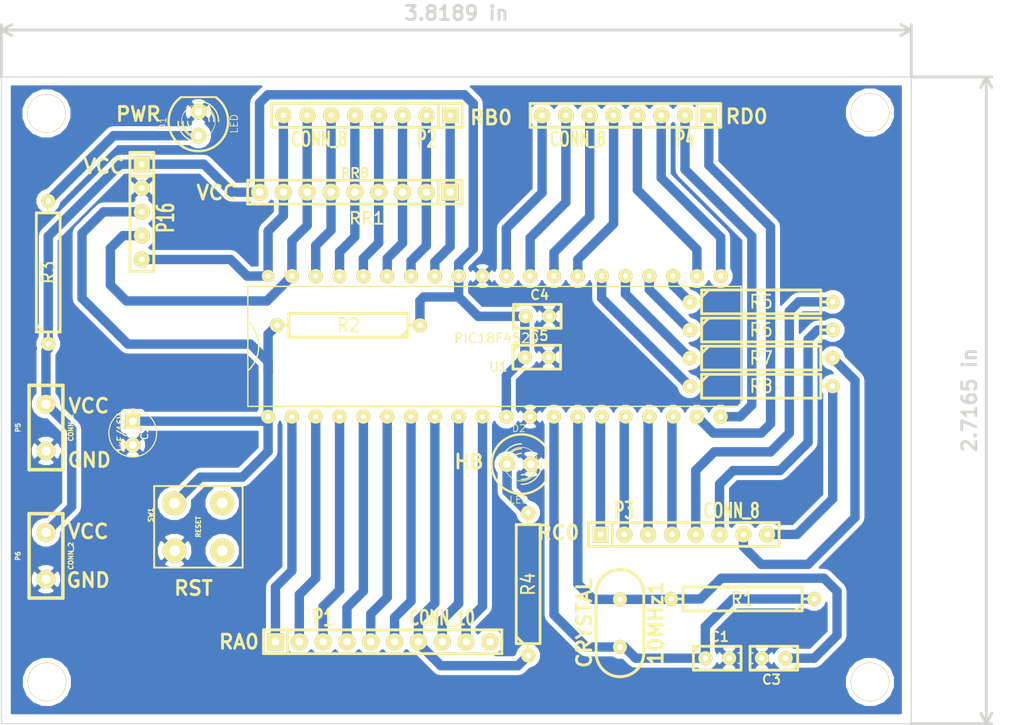
<source format=kicad_pcb>
(kicad_pcb (version 3) (host pcbnew "(2013-07-07 BZR 4022)-stable")

  (general
    (links 81)
    (no_connects 0)
    (area 117.949999 98.150001 230.999999 175.050001)
    (thickness 1.6)
    (drawings 23)
    (tracks 221)
    (zones 0)
    (modules 30)
    (nets 45)
  )

  (page A3)
  (layers
    (15 F.Cu signal)
    (0 B.Cu signal)
    (16 B.Adhes user)
    (17 F.Adhes user)
    (18 B.Paste user)
    (19 F.Paste user)
    (20 B.SilkS user)
    (21 F.SilkS user)
    (22 B.Mask user)
    (23 F.Mask user)
    (24 Dwgs.User user)
    (25 Cmts.User user)
    (26 Eco1.User user)
    (27 Eco2.User user)
    (28 Edge.Cuts user)
  )

  (setup
    (last_trace_width 1)
    (trace_clearance 0.254)
    (zone_clearance 0.508)
    (zone_45_only yes)
    (trace_min 0.254)
    (segment_width 0.2)
    (edge_width 0.1)
    (via_size 0.889)
    (via_drill 0.635)
    (via_min_size 0.889)
    (via_min_drill 0.508)
    (uvia_size 0.508)
    (uvia_drill 0.127)
    (uvias_allowed no)
    (uvia_min_size 0.508)
    (uvia_min_drill 0.127)
    (pcb_text_width 0.3)
    (pcb_text_size 1.5 1.5)
    (mod_edge_width 0.15)
    (mod_text_size 1 1)
    (mod_text_width 0.15)
    (pad_size 4.1 4.1)
    (pad_drill 4)
    (pad_to_mask_clearance 0)
    (aux_axis_origin 122.9 170.1)
    (visible_elements 7FFFFFFF)
    (pcbplotparams
      (layerselection 275775489)
      (usegerberextensions true)
      (excludeedgelayer true)
      (linewidth 0.150000)
      (plotframeref false)
      (viasonmask false)
      (mode 1)
      (useauxorigin false)
      (hpglpennumber 1)
      (hpglpenspeed 20)
      (hpglpendiameter 15)
      (hpglpenoverlay 2)
      (psnegative false)
      (psa4output false)
      (plotreference true)
      (plotvalue true)
      (plotothertext true)
      (plotinvisibletext false)
      (padsonsilk false)
      (subtractmaskfromsilk false)
      (outputformat 1)
      (mirror false)
      (drillshape 0)
      (scaleselection 1)
      (outputdirectory ""))
  )

  (net 0 "")
  (net 1 /OSC1)
  (net 2 /OSC2)
  (net 3 /P1)
  (net 4 /P2)
  (net 5 /RB0)
  (net 6 /RB1)
  (net 7 /RB2)
  (net 8 /RB3)
  (net 9 /RB4)
  (net 10 /RB5)
  (net 11 /RE0)
  (net 12 /RE1)
  (net 13 /RE2)
  (net 14 /RESET)
  (net 15 GND)
  (net 16 N-000001)
  (net 17 N-0000010)
  (net 18 N-0000011)
  (net 19 N-0000012)
  (net 20 N-0000013)
  (net 21 N-0000014)
  (net 22 N-0000015)
  (net 23 N-0000019)
  (net 24 N-000002)
  (net 25 N-0000020)
  (net 26 N-0000021)
  (net 27 N-0000024)
  (net 28 N-0000025)
  (net 29 N-0000026)
  (net 30 N-0000027)
  (net 31 N-0000028)
  (net 32 N-0000029)
  (net 33 N-000003)
  (net 34 N-0000030)
  (net 35 N-0000031)
  (net 36 N-000004)
  (net 37 N-0000041)
  (net 38 N-0000042)
  (net 39 N-000005)
  (net 40 N-000006)
  (net 41 N-000007)
  (net 42 N-000008)
  (net 43 N-000009)
  (net 44 VCC)

  (net_class Default "This is the default net class."
    (clearance 0.254)
    (trace_width 1)
    (via_dia 0.889)
    (via_drill 0.635)
    (uvia_dia 0.508)
    (uvia_drill 0.127)
    (add_net "")
    (add_net /OSC1)
    (add_net /OSC2)
    (add_net /P1)
    (add_net /P2)
    (add_net /RB0)
    (add_net /RB1)
    (add_net /RB2)
    (add_net /RB3)
    (add_net /RB4)
    (add_net /RB5)
    (add_net /RE0)
    (add_net /RE1)
    (add_net /RE2)
    (add_net /RESET)
    (add_net GND)
    (add_net N-000001)
    (add_net N-0000010)
    (add_net N-0000011)
    (add_net N-0000012)
    (add_net N-0000013)
    (add_net N-0000014)
    (add_net N-0000015)
    (add_net N-0000019)
    (add_net N-000002)
    (add_net N-0000020)
    (add_net N-0000021)
    (add_net N-0000024)
    (add_net N-0000025)
    (add_net N-0000026)
    (add_net N-0000027)
    (add_net N-0000028)
    (add_net N-0000029)
    (add_net N-000003)
    (add_net N-0000030)
    (add_net N-0000031)
    (add_net N-000004)
    (add_net N-0000041)
    (add_net N-0000042)
    (add_net N-000005)
    (add_net N-000006)
    (add_net N-000007)
    (add_net N-000008)
    (add_net N-000009)
    (add_net VCC)
  )

  (module Ideonics_40_Dip (layer F.Cu) (tedit 520C6D08) (tstamp 527CBE1B)
    (at 170.561 134.747)
    (path /527CB913)
    (fp_text reference U1 (at 0.4191 2.17424) (layer F.SilkS)
      (effects (font (size 1 1) (thickness 0.15)))
    )
    (fp_text value PIC18F4520 (at 0.2159 -0.8636) (layer F.SilkS)
      (effects (font (size 1 1) (thickness 0.15)))
    )
    (fp_arc (start -28.7274 -0.0254) (end -26.1874 -2.5654) (angle 90) (layer F.SilkS) (width 0.15))
    (fp_line (start -26.289 -6.4) (end -26.289 6.4) (layer F.SilkS) (width 0.15))
    (fp_line (start -26.289 6.4) (end 26.289 6.4) (layer F.SilkS) (width 0.15))
    (fp_line (start 26.289 -6.4) (end -26.289 -6.4) (layer F.SilkS) (width 0.15))
    (fp_line (start 26.289 -6.4) (end 26.289 6.4) (layer F.SilkS) (width 0.15))
    (pad 1 thru_hole circle (at -24.13 7.5) (size 1.5 1.5) (drill 0.56)
      (layers *.Cu *.Mask F.SilkS)
      (net 14 /RESET)
    )
    (pad 2 thru_hole circle (at -21.59 7.5) (size 1.5 1.5) (drill 0.56)
      (layers *.Cu F.SilkS B.Mask)
      (net 20 N-0000013)
    )
    (pad 3 thru_hole circle (at -19.05 7.5) (size 1.5 1.5) (drill 0.56)
      (layers *.Cu F.SilkS B.Mask)
      (net 21 N-0000014)
    )
    (pad 4 thru_hole circle (at -16.51 7.5) (size 1.5 1.5) (drill 0.56)
      (layers *.Cu F.SilkS B.Mask)
      (net 22 N-0000015)
    )
    (pad 5 thru_hole circle (at -13.97 7.5) (size 1.5 1.5) (drill 0.56)
      (layers *.Cu F.SilkS B.Mask)
      (net 25 N-0000020)
    )
    (pad 6 thru_hole circle (at -11.43 7.5) (size 1.5 1.5) (drill 0.56)
      (layers *.Cu F.SilkS B.Mask)
      (net 26 N-0000021)
    )
    (pad 7 thru_hole circle (at -8.89 7.5) (size 1.5 1.5) (drill 0.56)
      (layers *.Cu F.SilkS B.Mask)
      (net 23 N-0000019)
    )
    (pad 8 thru_hole circle (at -6.35 7.5) (size 1.5 1.5) (drill 0.56)
      (layers *.Cu F.SilkS B.Mask)
      (net 11 /RE0)
    )
    (pad 9 thru_hole circle (at -3.81 7.5) (size 1.5 1.5) (drill 0.56)
      (layers *.Cu *.Mask F.SilkS)
      (net 12 /RE1)
    )
    (pad 10 thru_hole circle (at -1.27 7.5) (size 1.5 1.5) (drill 0.56)
      (layers *.Cu F.SilkS B.Mask)
      (net 13 /RE2)
    )
    (pad 11 thru_hole circle (at 1.27 7.5) (size 1.5 1.5) (drill 0.56)
      (layers *.Cu F.SilkS B.Mask)
      (net 44 VCC)
    )
    (pad 12 thru_hole circle (at 3.81 7.5) (size 1.5 1.5) (drill 0.56)
      (layers *.Cu F.SilkS B.Mask)
      (net 15 GND)
    )
    (pad 13 thru_hole circle (at 6.35 7.5) (size 1.5 1.5) (drill 0.56)
      (layers *.Cu F.SilkS B.Mask)
      (net 1 /OSC1)
    )
    (pad 14 thru_hole circle (at 8.89 7.5) (size 1.5 1.5) (drill 0.56)
      (layers *.Cu F.SilkS B.Mask)
      (net 2 /OSC2)
    )
    (pad 15 thru_hole circle (at 11.43 7.5) (size 1.5 1.5) (drill 0.56)
      (layers *.Cu F.SilkS B.Mask)
      (net 19 N-0000012)
    )
    (pad 16 thru_hole circle (at 13.97 7.5) (size 1.5 1.5) (drill 0.56)
      (layers *.Cu F.SilkS B.Mask)
      (net 16 N-000001)
    )
    (pad 17 thru_hole circle (at 16.51 7.5) (size 1.5 1.5) (drill 0.56)
      (layers *.Cu F.SilkS B.Mask)
      (net 17 N-0000010)
    )
    (pad 18 thru_hole circle (at 19.05 7.5) (size 1.5 1.5) (drill 0.56)
      (layers *.Cu F.SilkS B.Mask)
      (net 43 N-000009)
    )
    (pad 19 thru_hole circle (at 21.59 7.5) (size 1.5 1.5) (drill 0.56)
      (layers *.Cu F.SilkS B.Mask)
      (net 42 N-000008)
    )
    (pad 20 thru_hole circle (at 24.13 7.5) (size 1.5 1.5) (drill 0.56)
      (layers *.Cu F.SilkS B.Mask)
      (net 41 N-000007)
    )
    (pad 23 thru_hole circle (at 19.05 -7.5) (size 1.5 1.5) (drill 0.56)
      (layers *.Cu F.SilkS B.Mask)
      (net 35 N-0000031)
    )
    (pad 24 thru_hole circle (at 16.51 -7.5) (size 1.5 1.5) (drill 0.56)
      (layers *.Cu F.SilkS B.Mask)
      (net 28 N-0000025)
    )
    (pad 25 thru_hole circle (at 13.97 -7.5) (size 1.5 1.5) (drill 0.56)
      (layers *.Cu F.SilkS B.Mask)
      (net 29 N-0000026)
    )
    (pad 26 thru_hole circle (at 11.43 -7.5) (size 1.5 1.5) (drill 0.56)
      (layers *.Cu F.SilkS B.Mask)
      (net 27 N-0000024)
    )
    (pad 28 thru_hole circle (at 6.35 -7.5) (size 1.5 1.5) (drill 0.56)
      (layers *.Cu F.SilkS B.Mask)
      (net 33 N-000003)
    )
    (pad 29 thru_hole circle (at 3.81 -7.5) (size 1.5 1.5) (drill 0.56)
      (layers *.Cu F.SilkS B.Mask)
      (net 24 N-000002)
    )
    (pad 33 thru_hole circle (at -6.35 -7.5) (size 1.5 1.5) (drill 0.56)
      (layers *.Cu F.SilkS B.Mask)
      (net 5 /RB0)
    )
    (pad 36 thru_hole circle (at -13.97 -7.5) (size 1.5 1.5) (drill 0.56)
      (layers *.Cu F.SilkS B.Mask)
      (net 8 /RB3)
    )
    (pad 37 thru_hole circle (at -16.51 -7.5) (size 1.5 1.5) (drill 0.56)
      (layers *.Cu F.SilkS B.Mask)
      (net 9 /RB4)
    )
    (pad 38 thru_hole circle (at -19.05 -7.5) (size 1.5 1.5) (drill 0.56)
      (layers *.Cu F.SilkS B.Mask)
      (net 10 /RB5)
    )
    (pad 39 thru_hole circle (at -21.59 -7.5) (size 1.5 1.5) (drill 0.56)
      (layers *.Cu F.SilkS B.Mask)
      (net 3 /P1)
    )
    (pad 34 thru_hole circle (at -8.89 -7.5) (size 1.5 1.5) (drill 0.56)
      (layers *.Cu F.SilkS B.Mask)
      (net 6 /RB1)
    )
    (pad 32 thru_hole circle (at -3.81 -7.5) (size 1.5 1.5) (drill 0.56)
      (layers *.Cu F.SilkS B.Mask)
      (net 44 VCC)
    )
    (pad 22 thru_hole circle (at 21.59 -7.5) (size 1.5 1.5) (drill 0.56)
      (layers *.Cu F.SilkS B.Mask)
      (net 39 N-000005)
    )
    (pad 21 thru_hole circle (at 24.13 -7.5) (size 1.5 1.5) (drill 0.56)
      (layers *.Cu F.SilkS B.Mask)
      (net 40 N-000006)
    )
    (pad 40 thru_hole circle (at -24.13 -7.5) (size 1.35 1.35) (drill 0.56)
      (layers *.Cu F.SilkS B.Mask)
      (net 4 /P2)
    )
    (pad 27 thru_hole circle (at 8.89 -7.5) (size 1.5 1.5) (drill 0.56)
      (layers *.Cu F.SilkS B.Mask)
      (net 36 N-000004)
    )
    (pad 30 thru_hole circle (at 1.27 -7.5) (size 1.5 1.5) (drill 0.56)
      (layers *.Cu F.SilkS B.Mask)
      (net 18 N-0000011)
    )
    (pad 35 thru_hole circle (at -11.43 -7.5) (size 1.5 1.5) (drill 0.56)
      (layers *.Cu F.SilkS B.Mask)
      (net 7 /RB2)
    )
    (pad 31 thru_hole circle (at -1.27 -7.5) (size 1.5 1.5) (drill 0.56)
      (layers *.Cu F.SilkS B.Mask)
      (net 15 GND)
    )
  )

  (module SIL-10 (layer F.Cu) (tedit 527CBC9C) (tstamp 527CBD07)
    (at 158.6484 166.25824)
    (descr "Connecteur 10 pins")
    (tags "CONN DEV")
    (path /527CBD1C)
    (fp_text reference P1 (at -6.35 -2.54) (layer F.SilkS)
      (effects (font (size 1.72974 1.08712) (thickness 0.3048)))
    )
    (fp_text value CONN_10 (at 6.35 -2.54) (layer F.SilkS)
      (effects (font (size 1.524 1.016) (thickness 0.3048)))
    )
    (fp_line (start -12.7 1.27) (end -12.7 -1.27) (layer F.SilkS) (width 0.3048))
    (fp_line (start -12.7 -1.27) (end 12.7 -1.27) (layer F.SilkS) (width 0.3048))
    (fp_line (start 12.7 -1.27) (end 12.7 1.27) (layer F.SilkS) (width 0.3048))
    (fp_line (start 12.7 1.27) (end -12.7 1.27) (layer F.SilkS) (width 0.3048))
    (fp_line (start -10.16 1.27) (end -10.16 -1.27) (layer F.SilkS) (width 0.3048))
    (pad 1 thru_hole rect (at -11.43 0) (size 1.8128 1.8128) (drill 0.8128)
      (layers *.Cu *.Mask F.SilkS)
      (net 20 N-0000013)
    )
    (pad 2 thru_hole circle (at -8.89 0) (size 1.8128 1.8128) (drill 0.8128)
      (layers *.Cu *.Mask F.SilkS)
      (net 21 N-0000014)
    )
    (pad 3 thru_hole circle (at -6.35 0) (size 1.8128 1.8128) (drill 0.8128)
      (layers *.Cu *.Mask F.SilkS)
      (net 22 N-0000015)
    )
    (pad 4 thru_hole circle (at -3.81 0) (size 1.8128 1.8128) (drill 0.8128)
      (layers *.Cu *.Mask F.SilkS)
      (net 25 N-0000020)
    )
    (pad 5 thru_hole circle (at -1.27 0) (size 1.8128 1.8128) (drill 0.8128)
      (layers *.Cu *.Mask F.SilkS)
      (net 26 N-0000021)
    )
    (pad 6 thru_hole circle (at 1.27 0) (size 1.8128 1.8128) (drill 0.8128)
      (layers *.Cu *.Mask F.SilkS)
      (net 23 N-0000019)
    )
    (pad 7 thru_hole circle (at 3.81 0) (size 1.8128 1.8128) (drill 0.8128)
      (layers *.Cu *.Mask F.SilkS)
      (net 11 /RE0)
    )
    (pad 8 thru_hole circle (at 6.35 0) (size 1.8128 1.8128) (drill 0.8128)
      (layers *.Cu *.Mask F.SilkS)
      (net 12 /RE1)
    )
    (pad 9 thru_hole circle (at 8.89 0) (size 1.8128 1.8128) (drill 0.8128)
      (layers *.Cu *.Mask F.SilkS)
      (net 13 /RE2)
    )
    (pad 10 thru_hole circle (at 11.43 0) (size 1.8128 1.8128) (drill 0.8128)
      (layers *.Cu *.Mask F.SilkS)
    )
  )

  (module LED-5MM (layer F.Cu) (tedit 50ADE86B) (tstamp 527CBD28)
    (at 173.1772 147.30984)
    (descr "LED 5mm - Lead pitch 100mil (2,54mm)")
    (tags "LED led 5mm 5MM 100mil 2,54mm")
    (path /527CBD76)
    (fp_text reference D2 (at 0 -3.81) (layer F.SilkS)
      (effects (font (size 0.762 0.762) (thickness 0.0889)))
    )
    (fp_text value LED (at 0 3.81) (layer F.SilkS)
      (effects (font (size 0.762 0.762) (thickness 0.0889)))
    )
    (fp_line (start 2.8448 1.905) (end 2.8448 -1.905) (layer F.SilkS) (width 0.2032))
    (fp_circle (center 0.254 0) (end -1.016 1.27) (layer F.SilkS) (width 0.0762))
    (fp_arc (start 0.254 0) (end 2.794 1.905) (angle 286.2) (layer F.SilkS) (width 0.254))
    (fp_arc (start 0.254 0) (end -0.889 0) (angle 90) (layer F.SilkS) (width 0.1524))
    (fp_arc (start 0.254 0) (end 1.397 0) (angle 90) (layer F.SilkS) (width 0.1524))
    (fp_arc (start 0.254 0) (end -1.397 0) (angle 90) (layer F.SilkS) (width 0.1524))
    (fp_arc (start 0.254 0) (end 1.905 0) (angle 90) (layer F.SilkS) (width 0.1524))
    (fp_arc (start 0.254 0) (end -1.905 0) (angle 90) (layer F.SilkS) (width 0.1524))
    (fp_arc (start 0.254 0) (end 2.413 0) (angle 90) (layer F.SilkS) (width 0.1524))
    (pad 1 thru_hole circle (at -1.27 0) (size 1.6764 1.6764) (drill 0.8128)
      (layers *.Cu *.Mask F.SilkS)
      (net 37 N-0000041)
    )
    (pad 2 thru_hole circle (at 1.27 0) (size 1.6764 1.6764) (drill 0.8128)
      (layers *.Cu *.Mask F.SilkS)
      (net 15 GND)
    )
    (model discret/leds/led5_vertical_verde.wrl
      (at (xyz 0 0 0))
      (scale (xyz 1 1 1))
      (rotate (xyz 0 0 0))
    )
  )

  (module LED-5MM (layer F.Cu) (tedit 50ADE86B) (tstamp 527CD710)
    (at 139 111 90)
    (descr "LED 5mm - Lead pitch 100mil (2,54mm)")
    (tags "LED led 5mm 5MM 100mil 2,54mm")
    (path /527CBD67)
    (fp_text reference D1 (at 0 -3.81 90) (layer F.SilkS)
      (effects (font (size 0.762 0.762) (thickness 0.0889)))
    )
    (fp_text value LED (at 0 3.81 90) (layer F.SilkS)
      (effects (font (size 0.762 0.762) (thickness 0.0889)))
    )
    (fp_line (start 2.8448 1.905) (end 2.8448 -1.905) (layer F.SilkS) (width 0.2032))
    (fp_circle (center 0.254 0) (end -1.016 1.27) (layer F.SilkS) (width 0.0762))
    (fp_arc (start 0.254 0) (end 2.794 1.905) (angle 286.2) (layer F.SilkS) (width 0.254))
    (fp_arc (start 0.254 0) (end -0.889 0) (angle 90) (layer F.SilkS) (width 0.1524))
    (fp_arc (start 0.254 0) (end 1.397 0) (angle 90) (layer F.SilkS) (width 0.1524))
    (fp_arc (start 0.254 0) (end -1.397 0) (angle 90) (layer F.SilkS) (width 0.1524))
    (fp_arc (start 0.254 0) (end 1.905 0) (angle 90) (layer F.SilkS) (width 0.1524))
    (fp_arc (start 0.254 0) (end -1.905 0) (angle 90) (layer F.SilkS) (width 0.1524))
    (fp_arc (start 0.254 0) (end 2.413 0) (angle 90) (layer F.SilkS) (width 0.1524))
    (pad 1 thru_hole circle (at -1.27 0 90) (size 1.6764 1.6764) (drill 0.8128)
      (layers *.Cu *.Mask F.SilkS)
      (net 38 N-0000042)
    )
    (pad 2 thru_hole circle (at 1.27 0 90) (size 1.6764 1.6764) (drill 0.8128)
      (layers *.Cu *.Mask F.SilkS)
      (net 15 GND)
    )
    (model discret/leds/led5_vertical_verde.wrl
      (at (xyz 0 0 0))
      (scale (xyz 1 1 1))
      (rotate (xyz 0 0 0))
    )
  )

  (module Ideonics_RMC_8 (layer F.Cu) (tedit 520C6630) (tstamp 527CBFFA)
    (at 156.972 110.109 180)
    (descr "Connecteur 8 pins")
    (tags "CONN DEV")
    (path /527CB97D)
    (fp_text reference P2 (at -6.35 -2.54 180) (layer F.SilkS)
      (effects (font (size 1.72974 1.08712) (thickness 0.3048)))
    )
    (fp_text value CONN_8 (at 5.08 -2.54 180) (layer F.SilkS)
      (effects (font (size 1.524 1.016) (thickness 0.3048)))
    )
    (fp_line (start -10.16 -1.27) (end 10.16 -1.27) (layer F.SilkS) (width 0.3048))
    (fp_line (start 10.16 -1.27) (end 10.16 1.27) (layer F.SilkS) (width 0.3048))
    (fp_line (start 10.16 1.27) (end -10.16 1.27) (layer F.SilkS) (width 0.3048))
    (fp_line (start -10.16 1.27) (end -10.16 -1.27) (layer F.SilkS) (width 0.3048))
    (fp_line (start -7.62 1.27) (end -7.62 -1.27) (layer F.SilkS) (width 0.3048))
    (pad 1 thru_hole rect (at -8.89 0 180) (size 1.7 1.7) (drill 0.6)
      (layers *.Cu *.Mask F.SilkS)
      (net 5 /RB0)
    )
    (pad 2 thru_hole circle (at -6.35 0 180) (size 1.7 1.7) (drill 0.6)
      (layers *.Cu *.Mask F.SilkS)
      (net 6 /RB1)
    )
    (pad 3 thru_hole circle (at -3.81 0 180) (size 1.7 1.7) (drill 0.6)
      (layers *.Cu *.Mask F.SilkS)
      (net 7 /RB2)
    )
    (pad 4 thru_hole circle (at -1.27 0 180) (size 1.7 1.7) (drill 0.6)
      (layers *.Cu *.Mask F.SilkS)
      (net 8 /RB3)
    )
    (pad 5 thru_hole circle (at 1.27 0 180) (size 1.7 1.7) (drill 0.6)
      (layers *.Cu *.Mask F.SilkS)
      (net 9 /RB4)
    )
    (pad 6 thru_hole circle (at 3.81 0 180) (size 1.7 1.7) (drill 0.6)
      (layers *.Cu *.Mask F.SilkS)
      (net 10 /RB5)
    )
    (pad 7 thru_hole circle (at 6.35 0 180) (size 1.7 1.7) (drill 0.6)
      (layers *.Cu *.Mask F.SilkS)
      (net 3 /P1)
    )
    (pad 8 thru_hole circle (at 8.89 0 180) (size 1.7 1.7) (drill 0.6)
      (layers *.Cu *.Mask F.SilkS)
      (net 4 /P2)
    )
  )

  (module Ideonics_RMC_8 (layer F.Cu) (tedit 520C6630) (tstamp 527CBD59)
    (at 190.754 154.813)
    (descr "Connecteur 8 pins")
    (tags "CONN DEV")
    (path /527CB98C)
    (fp_text reference P3 (at -6.35 -2.54) (layer F.SilkS)
      (effects (font (size 1.72974 1.08712) (thickness 0.3048)))
    )
    (fp_text value CONN_8 (at 5.08 -2.54) (layer F.SilkS)
      (effects (font (size 1.524 1.016) (thickness 0.3048)))
    )
    (fp_line (start -10.16 -1.27) (end 10.16 -1.27) (layer F.SilkS) (width 0.3048))
    (fp_line (start 10.16 -1.27) (end 10.16 1.27) (layer F.SilkS) (width 0.3048))
    (fp_line (start 10.16 1.27) (end -10.16 1.27) (layer F.SilkS) (width 0.3048))
    (fp_line (start -10.16 1.27) (end -10.16 -1.27) (layer F.SilkS) (width 0.3048))
    (fp_line (start -7.62 1.27) (end -7.62 -1.27) (layer F.SilkS) (width 0.3048))
    (pad 1 thru_hole rect (at -8.89 0) (size 1.7 1.7) (drill 0.6)
      (layers *.Cu *.Mask F.SilkS)
      (net 19 N-0000012)
    )
    (pad 2 thru_hole circle (at -6.35 0) (size 1.7 1.7) (drill 0.6)
      (layers *.Cu *.Mask F.SilkS)
      (net 16 N-000001)
    )
    (pad 3 thru_hole circle (at -3.81 0) (size 1.7 1.7) (drill 0.6)
      (layers *.Cu *.Mask F.SilkS)
      (net 17 N-0000010)
    )
    (pad 4 thru_hole circle (at -1.27 0) (size 1.7 1.7) (drill 0.6)
      (layers *.Cu *.Mask F.SilkS)
      (net 43 N-000009)
    )
    (pad 5 thru_hole circle (at 1.27 0) (size 1.7 1.7) (drill 0.6)
      (layers *.Cu *.Mask F.SilkS)
      (net 34 N-0000030)
    )
    (pad 6 thru_hole circle (at 3.81 0) (size 1.7 1.7) (drill 0.6)
      (layers *.Cu *.Mask F.SilkS)
      (net 32 N-0000029)
    )
    (pad 7 thru_hole circle (at 6.35 0) (size 1.7 1.7) (drill 0.6)
      (layers *.Cu *.Mask F.SilkS)
      (net 31 N-0000028)
    )
    (pad 8 thru_hole circle (at 8.89 0) (size 1.7 1.7) (drill 0.6)
      (layers *.Cu *.Mask F.SilkS)
      (net 30 N-0000027)
    )
  )

  (module Ideonics_RMC_8 (layer F.Cu) (tedit 520C6630) (tstamp 527CBD6A)
    (at 184.531 110.109 180)
    (descr "Connecteur 8 pins")
    (tags "CONN DEV")
    (path /527CB99B)
    (fp_text reference P4 (at -6.35 -2.54 180) (layer F.SilkS)
      (effects (font (size 1.72974 1.08712) (thickness 0.3048)))
    )
    (fp_text value CONN_8 (at 5.08 -2.54 180) (layer F.SilkS)
      (effects (font (size 1.524 1.016) (thickness 0.3048)))
    )
    (fp_line (start -10.16 -1.27) (end 10.16 -1.27) (layer F.SilkS) (width 0.3048))
    (fp_line (start 10.16 -1.27) (end 10.16 1.27) (layer F.SilkS) (width 0.3048))
    (fp_line (start 10.16 1.27) (end -10.16 1.27) (layer F.SilkS) (width 0.3048))
    (fp_line (start -10.16 1.27) (end -10.16 -1.27) (layer F.SilkS) (width 0.3048))
    (fp_line (start -7.62 1.27) (end -7.62 -1.27) (layer F.SilkS) (width 0.3048))
    (pad 1 thru_hole rect (at -8.89 0 180) (size 1.7 1.7) (drill 0.6)
      (layers *.Cu *.Mask F.SilkS)
      (net 42 N-000008)
    )
    (pad 2 thru_hole circle (at -6.35 0 180) (size 1.7 1.7) (drill 0.6)
      (layers *.Cu *.Mask F.SilkS)
      (net 41 N-000007)
    )
    (pad 3 thru_hole circle (at -3.81 0 180) (size 1.7 1.7) (drill 0.6)
      (layers *.Cu *.Mask F.SilkS)
      (net 40 N-000006)
    )
    (pad 4 thru_hole circle (at -1.27 0 180) (size 1.7 1.7) (drill 0.6)
      (layers *.Cu *.Mask F.SilkS)
      (net 39 N-000005)
    )
    (pad 5 thru_hole circle (at 1.27 0 180) (size 1.7 1.7) (drill 0.6)
      (layers *.Cu *.Mask F.SilkS)
      (net 36 N-000004)
    )
    (pad 6 thru_hole circle (at 3.81 0 180) (size 1.7 1.7) (drill 0.6)
      (layers *.Cu *.Mask F.SilkS)
      (net 33 N-000003)
    )
    (pad 7 thru_hole circle (at 6.35 0 180) (size 1.7 1.7) (drill 0.6)
      (layers *.Cu *.Mask F.SilkS)
      (net 24 N-000002)
    )
    (pad 8 thru_hole circle (at 8.89 0 180) (size 1.7 1.7) (drill 0.6)
      (layers *.Cu *.Mask F.SilkS)
      (net 18 N-0000011)
    )
  )

  (module Ideonics_R (layer F.Cu) (tedit 520C69E1) (tstamp 527CD856)
    (at 155 132.5 180)
    (descr "Resistance 6 pas")
    (tags R)
    (path /527CC849)
    (autoplace_cost180 10)
    (fp_text reference R2 (at 0 0 180) (layer F.SilkS)
      (effects (font (size 1.397 1.27) (thickness 0.2032)))
    )
    (fp_text value 10K (at 0.254 0 180) (layer F.SilkS) hide
      (effects (font (size 1.397 1.27) (thickness 0.2032)))
    )
    (fp_line (start -6.35 -1.27) (end 6.35 -1.27) (layer F.SilkS) (width 0.3048))
    (fp_line (start 6.35 -1.27) (end 6.35 1.27) (layer F.SilkS) (width 0.3048))
    (fp_line (start 6.35 1.27) (end -6.35 1.27) (layer F.SilkS) (width 0.3048))
    (fp_line (start 6.35 0) (end 7.62 0) (layer F.SilkS) (width 0.3048))
    (fp_line (start -7.62 0) (end -6.35 0) (layer F.SilkS) (width 0.3048))
    (fp_line (start -6.35 -0.508) (end -5.588 -1.27) (layer F.SilkS) (width 0.3048))
    (fp_line (start -6.35 -1.27) (end -6.35 1.27) (layer F.SilkS) (width 0.3048))
    (pad 1 thru_hole circle (at -7.62 0 180) (size 1.5 1.5) (drill 0.6)
      (layers *.Cu *.Mask F.SilkS)
      (net 44 VCC)
    )
    (pad 2 thru_hole circle (at 7.62 0 180) (size 1.5 1.5) (drill 0.6)
      (layers *.Cu *.Mask F.SilkS)
      (net 14 /RESET)
    )
    (model discret/resistor.wrl
      (at (xyz 0 0 0))
      (scale (xyz 0.6 0.6 0.6))
      (rotate (xyz 0 0 0))
    )
  )

  (module Ideonics_R (layer F.Cu) (tedit 520C69E1) (tstamp 527CBD84)
    (at 197.01764 161.6964 180)
    (descr "Resistance 6 pas")
    (tags R)
    (path /527CC56C)
    (autoplace_cost180 10)
    (fp_text reference R1 (at 0 0 180) (layer F.SilkS)
      (effects (font (size 1.397 1.27) (thickness 0.2032)))
    )
    (fp_text value 1M (at 0.254 0 180) (layer F.SilkS) hide
      (effects (font (size 1.397 1.27) (thickness 0.2032)))
    )
    (fp_line (start -6.35 -1.27) (end 6.35 -1.27) (layer F.SilkS) (width 0.3048))
    (fp_line (start 6.35 -1.27) (end 6.35 1.27) (layer F.SilkS) (width 0.3048))
    (fp_line (start 6.35 1.27) (end -6.35 1.27) (layer F.SilkS) (width 0.3048))
    (fp_line (start 6.35 0) (end 7.62 0) (layer F.SilkS) (width 0.3048))
    (fp_line (start -7.62 0) (end -6.35 0) (layer F.SilkS) (width 0.3048))
    (fp_line (start -6.35 -0.508) (end -5.588 -1.27) (layer F.SilkS) (width 0.3048))
    (fp_line (start -6.35 -1.27) (end -6.35 1.27) (layer F.SilkS) (width 0.3048))
    (pad 1 thru_hole circle (at -7.62 0 180) (size 1.5 1.5) (drill 0.6)
      (layers *.Cu *.Mask F.SilkS)
      (net 1 /OSC1)
    )
    (pad 2 thru_hole circle (at 7.62 0 180) (size 1.5 1.5) (drill 0.6)
      (layers *.Cu *.Mask F.SilkS)
      (net 2 /OSC2)
    )
    (model discret/resistor.wrl
      (at (xyz 0 0 0))
      (scale (xyz 0.6 0.6 0.6))
      (rotate (xyz 0 0 0))
    )
  )

  (module Ideonics_R (layer F.Cu) (tedit 520C69E1) (tstamp 527CBD91)
    (at 174.15764 160.11144 90)
    (descr "Resistance 6 pas")
    (tags R)
    (path /527CBD49)
    (autoplace_cost180 10)
    (fp_text reference R4 (at 0 0 90) (layer F.SilkS)
      (effects (font (size 1.397 1.27) (thickness 0.2032)))
    )
    (fp_text value 1K (at 0.254 0 90) (layer F.SilkS) hide
      (effects (font (size 1.397 1.27) (thickness 0.2032)))
    )
    (fp_line (start -6.35 -1.27) (end 6.35 -1.27) (layer F.SilkS) (width 0.3048))
    (fp_line (start 6.35 -1.27) (end 6.35 1.27) (layer F.SilkS) (width 0.3048))
    (fp_line (start 6.35 1.27) (end -6.35 1.27) (layer F.SilkS) (width 0.3048))
    (fp_line (start 6.35 0) (end 7.62 0) (layer F.SilkS) (width 0.3048))
    (fp_line (start -7.62 0) (end -6.35 0) (layer F.SilkS) (width 0.3048))
    (fp_line (start -6.35 -0.508) (end -5.588 -1.27) (layer F.SilkS) (width 0.3048))
    (fp_line (start -6.35 -1.27) (end -6.35 1.27) (layer F.SilkS) (width 0.3048))
    (pad 1 thru_hole circle (at -7.62 0 90) (size 1.5 1.5) (drill 0.6)
      (layers *.Cu *.Mask F.SilkS)
      (net 11 /RE0)
    )
    (pad 2 thru_hole circle (at 7.62 0 90) (size 1.5 1.5) (drill 0.6)
      (layers *.Cu *.Mask F.SilkS)
      (net 37 N-0000041)
    )
    (model discret/resistor.wrl
      (at (xyz 0 0 0))
      (scale (xyz 0.6 0.6 0.6))
      (rotate (xyz 0 0 0))
    )
  )

  (module Ideonics_R (layer F.Cu) (tedit 520C69E1) (tstamp 527CD872)
    (at 122.9929 126.8583 90)
    (descr "Resistance 6 pas")
    (tags R)
    (path /527CBD58)
    (autoplace_cost180 10)
    (fp_text reference R3 (at 0 0 90) (layer F.SilkS)
      (effects (font (size 1.397 1.27) (thickness 0.2032)))
    )
    (fp_text value 1K (at 0.254 0 90) (layer F.SilkS) hide
      (effects (font (size 1.397 1.27) (thickness 0.2032)))
    )
    (fp_line (start -6.35 -1.27) (end 6.35 -1.27) (layer F.SilkS) (width 0.3048))
    (fp_line (start 6.35 -1.27) (end 6.35 1.27) (layer F.SilkS) (width 0.3048))
    (fp_line (start 6.35 1.27) (end -6.35 1.27) (layer F.SilkS) (width 0.3048))
    (fp_line (start 6.35 0) (end 7.62 0) (layer F.SilkS) (width 0.3048))
    (fp_line (start -7.62 0) (end -6.35 0) (layer F.SilkS) (width 0.3048))
    (fp_line (start -6.35 -0.508) (end -5.588 -1.27) (layer F.SilkS) (width 0.3048))
    (fp_line (start -6.35 -1.27) (end -6.35 1.27) (layer F.SilkS) (width 0.3048))
    (pad 1 thru_hole circle (at -7.62 0 90) (size 1.5 1.5) (drill 0.6)
      (layers *.Cu *.Mask F.SilkS)
      (net 44 VCC)
    )
    (pad 2 thru_hole circle (at 7.62 0 90) (size 1.5 1.5) (drill 0.6)
      (layers *.Cu *.Mask F.SilkS)
      (net 38 N-0000042)
    )
    (model discret/resistor.wrl
      (at (xyz 0 0 0))
      (scale (xyz 0.6 0.6 0.6))
      (rotate (xyz 0 0 0))
    )
  )

  (module Ideonics_Micro_Switch (layer F.Cu) (tedit 520C6BB2) (tstamp 527CBDAA)
    (at 139 154 90)
    (descr "Bouton poussoir")
    (tags "SWITCH DEV")
    (path /527CB968)
    (autoplace_cost180 10)
    (fp_text reference SW1 (at 1.27 -5.08 90) (layer F.SilkS)
      (effects (font (size 0.5 0.5) (thickness 0.125)))
    )
    (fp_text value RESET (at 0 0 90) (layer F.SilkS)
      (effects (font (size 0.5 0.5) (thickness 0.125)))
    )
    (fp_line (start 4.35 -4.715) (end 4.35 4.715) (layer F.SilkS) (width 0.2032))
    (fp_line (start 4.35 4.715) (end -4.35 4.715) (layer F.SilkS) (width 0.2032))
    (fp_line (start -4.35 4.715) (end -4.35 -4.715) (layer F.SilkS) (width 0.2032))
    (fp_line (start -4.35 -4.715) (end 4.35 -4.715) (layer F.SilkS) (width 0.2032))
    (pad 1 thru_hole circle (at -2.54 -2.54 90) (size 2.54 2.54) (drill 1.143)
      (layers *.Cu *.Mask F.SilkS)
      (net 15 GND)
    )
    (pad 3 thru_hole circle (at 2.54 2.54 90) (size 2.54 2.54) (drill 1.143)
      (layers *.Cu *.Mask F.SilkS)
    )
    (pad 2 thru_hole circle (at 2.50444 -2.56032 90) (size 2.54 2.54) (drill 1.143)
      (layers *.Cu *.Mask F.SilkS)
      (net 14 /RESET)
    )
    (pad 4 thru_hole circle (at -2.54 2.54 90) (size 2.54 2.54) (drill 1.143)
      (layers *.Cu *.Mask F.SilkS)
    )
    (model device/switch_push.wrl
      (at (xyz 0 0 0))
      (scale (xyz 1 1 1))
      (rotate (xyz 0 0 0))
    )
  )

  (module Ideonics_Electrolytic_CV5 (layer F.Cu) (tedit 520C6A33) (tstamp 527CD896)
    (at 132 144 270)
    (descr "Condensateur e = 1 pas")
    (tags C)
    (path /527CB975)
    (fp_text reference C2 (at 0 -1.26746 270) (layer F.SilkS)
      (effects (font (size 0.762 0.762) (thickness 0.127)))
    )
    (fp_text value 1uF/16V (at 0 1.27 270) (layer F.SilkS)
      (effects (font (size 0.762 0.635) (thickness 0.127)))
    )
    (fp_text user + (at -2.286 0 270) (layer F.SilkS)
      (effects (font (size 0.762 0.762) (thickness 0.2032)))
    )
    (fp_circle (center 0 0) (end 0.127 -2.54) (layer F.SilkS) (width 0.127))
    (pad 1 thru_hole rect (at -1.27 0 270) (size 1.6 1.6) (drill 0.8128)
      (layers *.Cu *.Mask F.SilkS)
      (net 14 /RESET)
    )
    (pad 2 thru_hole circle (at 1.27 0 270) (size 1.6 1.6) (drill 0.8128)
      (layers *.Cu *.Mask F.SilkS)
      (net 15 GND)
    )
    (model discret/c_vert_c1v5.wrl
      (at (xyz 0 0 0))
      (scale (xyz 1 1 1))
      (rotate (xyz 0 0 0))
    )
  )

  (module Ideonics_Crystal (layer F.Cu) (tedit 520C6C5F) (tstamp 527CBDBE)
    (at 183.9468 164.27704 270)
    (descr "Quartz boitier HC-49 Vertical")
    (tags "QUARTZ DEV")
    (path /527CB93B)
    (autoplace_cost180 10)
    (fp_text reference 10MHz1 (at 0 -3.81 270) (layer F.SilkS)
      (effects (font (size 1.524 1.524) (thickness 0.3048)))
    )
    (fp_text value CRYSTAL (at 0 3.81 270) (layer F.SilkS)
      (effects (font (size 1.524 1.524) (thickness 0.3048)))
    )
    (fp_line (start -3.175 2.54) (end 3.175 2.54) (layer F.SilkS) (width 0.3175))
    (fp_line (start -3.175 -2.54) (end 3.175 -2.54) (layer F.SilkS) (width 0.3175))
    (fp_arc (start 3.175 0) (end 3.175 -2.54) (angle 90) (layer F.SilkS) (width 0.3175))
    (fp_arc (start 3.175 0) (end 5.715 0) (angle 90) (layer F.SilkS) (width 0.3175))
    (fp_arc (start -3.175 0) (end -5.715 0) (angle 90) (layer F.SilkS) (width 0.3175))
    (fp_arc (start -3.175 0) (end -3.175 2.54) (angle 90) (layer F.SilkS) (width 0.3175))
    (pad 1 thru_hole circle (at -2.54 0 270) (size 1.5 1.5) (drill 0.6)
      (layers *.Cu *.Mask F.SilkS)
      (net 2 /OSC2)
    )
    (pad 2 thru_hole circle (at 2.54 0 270) (size 1.5 1.5) (drill 0.6)
      (layers *.Cu *.Mask F.SilkS)
      (net 1 /OSC1)
    )
    (model discret/xtal/crystal_hc18u_vertical.wrl
      (at (xyz 0 0 0))
      (scale (xyz 1 1 0.2))
      (rotate (xyz 0 0 0))
    )
  )

  (module Ideonics_Ceramic (layer F.Cu) (tedit 520C6931) (tstamp 527CBDC9)
    (at 175.07204 135.90016)
    (descr "Condensateur e = 1 pas")
    (tags C)
    (path /527CDBD6)
    (fp_text reference C5 (at 0.254 -2.286) (layer F.SilkS)
      (effects (font (size 1.016 1.016) (thickness 0.2032)))
    )
    (fp_text value 0.1uF (at 0 -2.286) (layer F.SilkS) hide
      (effects (font (size 1.016 1.016) (thickness 0.2032)))
    )
    (fp_line (start -2.4892 -1.27) (end 2.54 -1.27) (layer F.SilkS) (width 0.3048))
    (fp_line (start 2.54 -1.27) (end 2.54 1.27) (layer F.SilkS) (width 0.3048))
    (fp_line (start 2.54 1.27) (end -2.54 1.27) (layer F.SilkS) (width 0.3048))
    (fp_line (start -2.54 1.27) (end -2.54 -1.27) (layer F.SilkS) (width 0.3048))
    (fp_line (start -2.54 -0.635) (end -1.905 -1.27) (layer F.SilkS) (width 0.3048))
    (pad 1 thru_hole circle (at -1.27 0) (size 1.5 1.5) (drill 0.6)
      (layers *.Cu *.Mask F.SilkS)
      (net 44 VCC)
    )
    (pad 2 thru_hole circle (at 1.27 0) (size 1.5 1.5) (drill 0.6)
      (layers *.Cu *.Mask F.SilkS)
      (net 15 GND)
    )
    (model discret/capa_1_pas.wrl
      (at (xyz 0 0 0))
      (scale (xyz 1 1 1))
      (rotate (xyz 0 0 0))
    )
  )

  (module Ideonics_Ceramic (layer F.Cu) (tedit 520C6931) (tstamp 527CBDD4)
    (at 175.12792 131.54152)
    (descr "Condensateur e = 1 pas")
    (tags C)
    (path /527CBD3A)
    (fp_text reference C4 (at 0.254 -2.286) (layer F.SilkS)
      (effects (font (size 1.016 1.016) (thickness 0.2032)))
    )
    (fp_text value 0.1uF (at 0 -2.286) (layer F.SilkS) hide
      (effects (font (size 1.016 1.016) (thickness 0.2032)))
    )
    (fp_line (start -2.4892 -1.27) (end 2.54 -1.27) (layer F.SilkS) (width 0.3048))
    (fp_line (start 2.54 -1.27) (end 2.54 1.27) (layer F.SilkS) (width 0.3048))
    (fp_line (start 2.54 1.27) (end -2.54 1.27) (layer F.SilkS) (width 0.3048))
    (fp_line (start -2.54 1.27) (end -2.54 -1.27) (layer F.SilkS) (width 0.3048))
    (fp_line (start -2.54 -0.635) (end -1.905 -1.27) (layer F.SilkS) (width 0.3048))
    (pad 1 thru_hole circle (at -1.27 0) (size 1.5 1.5) (drill 0.6)
      (layers *.Cu *.Mask F.SilkS)
      (net 44 VCC)
    )
    (pad 2 thru_hole circle (at 1.27 0) (size 1.5 1.5) (drill 0.6)
      (layers *.Cu *.Mask F.SilkS)
      (net 15 GND)
    )
    (model discret/capa_1_pas.wrl
      (at (xyz 0 0 0))
      (scale (xyz 1 1 1))
      (rotate (xyz 0 0 0))
    )
  )

  (module Ideonics_Ceramic (layer F.Cu) (tedit 520C6931) (tstamp 527CBDDF)
    (at 194.31508 168.01592)
    (descr "Condensateur e = 1 pas")
    (tags C)
    (path /527CB959)
    (fp_text reference C1 (at 0.254 -2.286) (layer F.SilkS)
      (effects (font (size 1.016 1.016) (thickness 0.2032)))
    )
    (fp_text value 22pF (at 0 -2.286) (layer F.SilkS) hide
      (effects (font (size 1.016 1.016) (thickness 0.2032)))
    )
    (fp_line (start -2.4892 -1.27) (end 2.54 -1.27) (layer F.SilkS) (width 0.3048))
    (fp_line (start 2.54 -1.27) (end 2.54 1.27) (layer F.SilkS) (width 0.3048))
    (fp_line (start 2.54 1.27) (end -2.54 1.27) (layer F.SilkS) (width 0.3048))
    (fp_line (start -2.54 1.27) (end -2.54 -1.27) (layer F.SilkS) (width 0.3048))
    (fp_line (start -2.54 -0.635) (end -1.905 -1.27) (layer F.SilkS) (width 0.3048))
    (pad 1 thru_hole circle (at -1.27 0) (size 1.5 1.5) (drill 0.6)
      (layers *.Cu *.Mask F.SilkS)
      (net 1 /OSC1)
    )
    (pad 2 thru_hole circle (at 1.27 0) (size 1.5 1.5) (drill 0.6)
      (layers *.Cu *.Mask F.SilkS)
      (net 15 GND)
    )
    (model discret/capa_1_pas.wrl
      (at (xyz 0 0 0))
      (scale (xyz 1 1 1))
      (rotate (xyz 0 0 0))
    )
  )

  (module Ideonics_Ceramic (layer F.Cu) (tedit 520C6931) (tstamp 527CBDEA)
    (at 200.35012 168.01592 180)
    (descr "Condensateur e = 1 pas")
    (tags C)
    (path /527CB94A)
    (fp_text reference C3 (at 0.254 -2.286 180) (layer F.SilkS)
      (effects (font (size 1.016 1.016) (thickness 0.2032)))
    )
    (fp_text value 22pF (at 0 -2.286 180) (layer F.SilkS) hide
      (effects (font (size 1.016 1.016) (thickness 0.2032)))
    )
    (fp_line (start -2.4892 -1.27) (end 2.54 -1.27) (layer F.SilkS) (width 0.3048))
    (fp_line (start 2.54 -1.27) (end 2.54 1.27) (layer F.SilkS) (width 0.3048))
    (fp_line (start 2.54 1.27) (end -2.54 1.27) (layer F.SilkS) (width 0.3048))
    (fp_line (start -2.54 1.27) (end -2.54 -1.27) (layer F.SilkS) (width 0.3048))
    (fp_line (start -2.54 -0.635) (end -1.905 -1.27) (layer F.SilkS) (width 0.3048))
    (pad 1 thru_hole circle (at -1.27 0 180) (size 1.5 1.5) (drill 0.6)
      (layers *.Cu *.Mask F.SilkS)
      (net 2 /OSC2)
    )
    (pad 2 thru_hole circle (at 1.27 0 180) (size 1.5 1.5) (drill 0.6)
      (layers *.Cu *.Mask F.SilkS)
      (net 15 GND)
    )
    (model discret/capa_1_pas.wrl
      (at (xyz 0 0 0))
      (scale (xyz 1 1 1))
      (rotate (xyz 0 0 0))
    )
  )

  (module ideonics_2PIN_TB (layer F.Cu) (tedit 520C685F) (tstamp 527CD135)
    (at 122.7516 143.4064 270)
    (descr "module 2 pin (trou 6 mm)")
    (tags DEV)
    (path /527CB92C)
    (fp_text reference P5 (at 0.01016 2.98704 270) (layer F.SilkS)
      (effects (font (size 0.5 0.5) (thickness 0.125)))
    )
    (fp_text value CONN_2 (at 0.00254 -2.65938 270) (layer F.SilkS)
      (effects (font (size 0.5 0.5) (thickness 0.125)))
    )
    (fp_line (start -4.5 -1.8) (end 4.5 -1.8) (layer F.SilkS) (width 0.381))
    (fp_line (start 4.5 -1.8) (end 4.5 1.8) (layer F.SilkS) (width 0.381))
    (fp_line (start 4.5 1.8) (end -4.5 1.8) (layer F.SilkS) (width 0.381))
    (fp_line (start -4.5 1.8) (end -4.5 -1.8) (layer F.SilkS) (width 0.381))
    (pad 1 thru_hole circle (at -2.5 0 270) (size 2 2) (drill 1)
      (layers *.Cu *.Mask F.SilkS)
      (net 44 VCC)
    )
    (pad 2 thru_hole circle (at 2.5 0 270) (size 2 2) (drill 1)
      (layers *.Cu *.Mask F.SilkS)
      (net 15 GND)
    )
    (model "device/douille_4mm(red).wrl"
      (at (xyz -0.59 0 0))
      (scale (xyz 1.8 1.8 1.8))
      (rotate (xyz 0 0 0))
    )
    (model "device/douille_4mm(red).wrl"
      (at (xyz 0.59 0 0))
      (scale (xyz 1.8 1.8 1.8))
      (rotate (xyz 0 0 0))
    )
  )

  (module ideonics_2PIN_TB (layer F.Cu) (tedit 520C685F) (tstamp 527CBE2F)
    (at 122.7516 157.097 270)
    (descr "module 2 pin (trou 6 mm)")
    (tags DEV)
    (path /527CDBD0)
    (fp_text reference P6 (at 0.01016 2.98704 270) (layer F.SilkS)
      (effects (font (size 0.5 0.5) (thickness 0.125)))
    )
    (fp_text value CONN_2 (at 0.00254 -2.65938 270) (layer F.SilkS)
      (effects (font (size 0.5 0.5) (thickness 0.125)))
    )
    (fp_line (start -4.5 -1.8) (end 4.5 -1.8) (layer F.SilkS) (width 0.381))
    (fp_line (start 4.5 -1.8) (end 4.5 1.8) (layer F.SilkS) (width 0.381))
    (fp_line (start 4.5 1.8) (end -4.5 1.8) (layer F.SilkS) (width 0.381))
    (fp_line (start -4.5 1.8) (end -4.5 -1.8) (layer F.SilkS) (width 0.381))
    (pad 1 thru_hole circle (at -2.5 0 270) (size 2 2) (drill 1)
      (layers *.Cu *.Mask F.SilkS)
      (net 44 VCC)
    )
    (pad 2 thru_hole circle (at 2.5 0 270) (size 2 2) (drill 1)
      (layers *.Cu *.Mask F.SilkS)
      (net 15 GND)
    )
    (model "device/douille_4mm(red).wrl"
      (at (xyz -0.59 0 0))
      (scale (xyz 1.8 1.8 1.8))
      (rotate (xyz 0 0 0))
    )
    (model "device/douille_4mm(red).wrl"
      (at (xyz 0.59 0 0))
      (scale (xyz 1.8 1.8 1.8))
      (rotate (xyz 0 0 0))
    )
  )

  (module Ideonics_RMC_5 (layer F.Cu) (tedit 520C6566) (tstamp 527CC2F3)
    (at 132.969 121.666 270)
    (descr "Connecteur 5 pins")
    (tags "CONN DEV")
    (path /527CEAC3)
    (fp_text reference P16 (at -0.635 -2.54 270) (layer F.SilkS)
      (effects (font (size 1.72974 1.08712) (thickness 0.3048)))
    )
    (fp_text value CONN_5 (at 0 -2.54 270) (layer F.SilkS) hide
      (effects (font (size 1.524 1.016) (thickness 0.3048)))
    )
    (fp_line (start -7.62 1.27) (end -7.62 -1.27) (layer F.SilkS) (width 0.3048))
    (fp_line (start -7.62 -1.27) (end 5.08 -1.27) (layer F.SilkS) (width 0.3048))
    (fp_line (start 5.08 -1.27) (end 5.08 1.27) (layer F.SilkS) (width 0.3048))
    (fp_line (start 5.08 1.27) (end -7.62 1.27) (layer F.SilkS) (width 0.3048))
    (fp_line (start -5.08 1.27) (end -5.08 -1.27) (layer F.SilkS) (width 0.3048))
    (pad 1 thru_hole rect (at -6.35 0 270) (size 1.7 1.7) (drill 0.6)
      (layers *.Cu *.Mask F.SilkS)
      (net 44 VCC)
    )
    (pad 2 thru_hole circle (at -3.81 0 270) (size 1.7 1.7) (drill 0.6)
      (layers *.Cu *.Mask F.SilkS)
      (net 15 GND)
    )
    (pad 3 thru_hole circle (at -1.27 0 270) (size 1.7 1.7) (drill 0.6)
      (layers *.Cu *.Mask F.SilkS)
      (net 14 /RESET)
    )
    (pad 4 thru_hole circle (at 1.27 0 270) (size 1.7 1.7) (drill 0.6)
      (layers *.Cu *.Mask F.SilkS)
      (net 3 /P1)
    )
    (pad 5 thru_hole circle (at 3.81 0 270) (size 1.7 1.7) (drill 0.6)
      (layers *.Cu *.Mask F.SilkS)
      (net 4 /P2)
    )
  )

  (module r_pack8 (layer F.Cu) (tedit 527CBB7E) (tstamp 527CCC29)
    (at 155.68168 118.29796 180)
    (descr "8 R pack")
    (tags R)
    (path /527CED84)
    (fp_text reference RR1 (at -1.27 -2.794 180) (layer F.SilkS)
      (effects (font (size 1.27 1.27) (thickness 0.2032)))
    )
    (fp_text value RR8 (at 0 2.032 180) (layer F.SilkS)
      (effects (font (size 1.016 1.016) (thickness 0.2032)))
    )
    (fp_line (start 11.43 -1.27) (end 11.43 1.27) (layer F.SilkS) (width 0.3048))
    (fp_line (start 11.43 1.27) (end -11.43 1.27) (layer F.SilkS) (width 0.3048))
    (fp_line (start -11.43 1.27) (end -11.43 -1.27) (layer F.SilkS) (width 0.3048))
    (fp_line (start 11.43 -1.27) (end -11.43 -1.27) (layer F.SilkS) (width 0.3048))
    (fp_line (start -8.89 -1.27) (end -8.89 1.27) (layer F.SilkS) (width 0.3048))
    (pad 1 thru_hole rect (at -10.16 0 180) (size 1.8128 1.8128) (drill 0.8128)
      (layers *.Cu *.Mask F.SilkS)
      (net 5 /RB0)
    )
    (pad 2 thru_hole circle (at -7.62 0 180) (size 1.8128 1.8128) (drill 0.8128)
      (layers *.Cu *.Mask F.SilkS)
      (net 6 /RB1)
    )
    (pad 3 thru_hole circle (at -5.08 0 180) (size 1.8128 1.8128) (drill 0.8128)
      (layers *.Cu *.Mask F.SilkS)
      (net 7 /RB2)
    )
    (pad 4 thru_hole circle (at -2.54 0 180) (size 1.8128 1.8128) (drill 0.8128)
      (layers *.Cu *.Mask F.SilkS)
      (net 8 /RB3)
    )
    (pad 5 thru_hole circle (at 0 0 180) (size 1.8128 1.8128) (drill 0.8128)
      (layers *.Cu *.Mask F.SilkS)
      (net 9 /RB4)
    )
    (pad 6 thru_hole circle (at 2.54 0 180) (size 1.8128 1.8128) (drill 0.8128)
      (layers *.Cu *.Mask F.SilkS)
      (net 10 /RB5)
    )
    (pad 7 thru_hole circle (at 5.08 0 180) (size 1.8128 1.8128) (drill 0.8128)
      (layers *.Cu *.Mask F.SilkS)
      (net 3 /P1)
    )
    (pad 8 thru_hole circle (at 7.62 0 180) (size 1.8128 1.8128) (drill 0.8128)
      (layers *.Cu *.Mask F.SilkS)
      (net 4 /P2)
    )
    (pad 9 thru_hole circle (at 10.16 0 180) (size 1.8128 1.8128) (drill 0.8128)
      (layers *.Cu *.Mask F.SilkS)
      (net 44 VCC)
    )
    (model discret/r_pack8.wrl
      (at (xyz 0 0 0))
      (scale (xyz 1 1 1))
      (rotate (xyz 0 0 0))
    )
  )

  (module Ideonics_R (layer F.Cu) (tedit 520C69E1) (tstamp 527D398D)
    (at 199 130)
    (descr "Resistance 6 pas")
    (tags R)
    (path /527CF761)
    (autoplace_cost180 10)
    (fp_text reference R5 (at 0 0) (layer F.SilkS)
      (effects (font (size 1.397 1.27) (thickness 0.2032)))
    )
    (fp_text value 0 (at 0.254 0) (layer F.SilkS) hide
      (effects (font (size 1.397 1.27) (thickness 0.2032)))
    )
    (fp_line (start -6.35 -1.27) (end 6.35 -1.27) (layer F.SilkS) (width 0.3048))
    (fp_line (start 6.35 -1.27) (end 6.35 1.27) (layer F.SilkS) (width 0.3048))
    (fp_line (start 6.35 1.27) (end -6.35 1.27) (layer F.SilkS) (width 0.3048))
    (fp_line (start 6.35 0) (end 7.62 0) (layer F.SilkS) (width 0.3048))
    (fp_line (start -7.62 0) (end -6.35 0) (layer F.SilkS) (width 0.3048))
    (fp_line (start -6.35 -0.508) (end -5.588 -1.27) (layer F.SilkS) (width 0.3048))
    (fp_line (start -6.35 -1.27) (end -6.35 1.27) (layer F.SilkS) (width 0.3048))
    (pad 1 thru_hole circle (at -7.62 0) (size 1.5 1.5) (drill 0.6)
      (layers *.Cu *.Mask F.SilkS)
      (net 35 N-0000031)
    )
    (pad 2 thru_hole circle (at 7.62 0) (size 1.5 1.5) (drill 0.6)
      (layers *.Cu *.Mask F.SilkS)
      (net 34 N-0000030)
    )
    (model discret/resistor.wrl
      (at (xyz 0 0 0))
      (scale (xyz 0.6 0.6 0.6))
      (rotate (xyz 0 0 0))
    )
  )

  (module Ideonics_R (layer F.Cu) (tedit 520C69E1) (tstamp 527D399A)
    (at 199 133)
    (descr "Resistance 6 pas")
    (tags R)
    (path /527CF76E)
    (autoplace_cost180 10)
    (fp_text reference R6 (at 0 0) (layer F.SilkS)
      (effects (font (size 1.397 1.27) (thickness 0.2032)))
    )
    (fp_text value 0 (at 0.254 0) (layer F.SilkS) hide
      (effects (font (size 1.397 1.27) (thickness 0.2032)))
    )
    (fp_line (start -6.35 -1.27) (end 6.35 -1.27) (layer F.SilkS) (width 0.3048))
    (fp_line (start 6.35 -1.27) (end 6.35 1.27) (layer F.SilkS) (width 0.3048))
    (fp_line (start 6.35 1.27) (end -6.35 1.27) (layer F.SilkS) (width 0.3048))
    (fp_line (start 6.35 0) (end 7.62 0) (layer F.SilkS) (width 0.3048))
    (fp_line (start -7.62 0) (end -6.35 0) (layer F.SilkS) (width 0.3048))
    (fp_line (start -6.35 -0.508) (end -5.588 -1.27) (layer F.SilkS) (width 0.3048))
    (fp_line (start -6.35 -1.27) (end -6.35 1.27) (layer F.SilkS) (width 0.3048))
    (pad 1 thru_hole circle (at -7.62 0) (size 1.5 1.5) (drill 0.6)
      (layers *.Cu *.Mask F.SilkS)
      (net 28 N-0000025)
    )
    (pad 2 thru_hole circle (at 7.62 0) (size 1.5 1.5) (drill 0.6)
      (layers *.Cu *.Mask F.SilkS)
      (net 32 N-0000029)
    )
    (model discret/resistor.wrl
      (at (xyz 0 0 0))
      (scale (xyz 0.6 0.6 0.6))
      (rotate (xyz 0 0 0))
    )
  )

  (module Ideonics_R (layer F.Cu) (tedit 520C69E1) (tstamp 527D39A7)
    (at 199 136)
    (descr "Resistance 6 pas")
    (tags R)
    (path /527CF774)
    (autoplace_cost180 10)
    (fp_text reference R7 (at 0 0) (layer F.SilkS)
      (effects (font (size 1.397 1.27) (thickness 0.2032)))
    )
    (fp_text value 0 (at 0.254 0) (layer F.SilkS) hide
      (effects (font (size 1.397 1.27) (thickness 0.2032)))
    )
    (fp_line (start -6.35 -1.27) (end 6.35 -1.27) (layer F.SilkS) (width 0.3048))
    (fp_line (start 6.35 -1.27) (end 6.35 1.27) (layer F.SilkS) (width 0.3048))
    (fp_line (start 6.35 1.27) (end -6.35 1.27) (layer F.SilkS) (width 0.3048))
    (fp_line (start 6.35 0) (end 7.62 0) (layer F.SilkS) (width 0.3048))
    (fp_line (start -7.62 0) (end -6.35 0) (layer F.SilkS) (width 0.3048))
    (fp_line (start -6.35 -0.508) (end -5.588 -1.27) (layer F.SilkS) (width 0.3048))
    (fp_line (start -6.35 -1.27) (end -6.35 1.27) (layer F.SilkS) (width 0.3048))
    (pad 1 thru_hole circle (at -7.62 0) (size 1.5 1.5) (drill 0.6)
      (layers *.Cu *.Mask F.SilkS)
      (net 29 N-0000026)
    )
    (pad 2 thru_hole circle (at 7.62 0) (size 1.5 1.5) (drill 0.6)
      (layers *.Cu *.Mask F.SilkS)
      (net 31 N-0000028)
    )
    (model discret/resistor.wrl
      (at (xyz 0 0 0))
      (scale (xyz 0.6 0.6 0.6))
      (rotate (xyz 0 0 0))
    )
  )

  (module Ideonics_R (layer F.Cu) (tedit 520C69E1) (tstamp 527D39B4)
    (at 199 139)
    (descr "Resistance 6 pas")
    (tags R)
    (path /527CF77A)
    (autoplace_cost180 10)
    (fp_text reference R8 (at 0 0) (layer F.SilkS)
      (effects (font (size 1.397 1.27) (thickness 0.2032)))
    )
    (fp_text value 0 (at 0.254 0) (layer F.SilkS) hide
      (effects (font (size 1.397 1.27) (thickness 0.2032)))
    )
    (fp_line (start -6.35 -1.27) (end 6.35 -1.27) (layer F.SilkS) (width 0.3048))
    (fp_line (start 6.35 -1.27) (end 6.35 1.27) (layer F.SilkS) (width 0.3048))
    (fp_line (start 6.35 1.27) (end -6.35 1.27) (layer F.SilkS) (width 0.3048))
    (fp_line (start 6.35 0) (end 7.62 0) (layer F.SilkS) (width 0.3048))
    (fp_line (start -7.62 0) (end -6.35 0) (layer F.SilkS) (width 0.3048))
    (fp_line (start -6.35 -0.508) (end -5.588 -1.27) (layer F.SilkS) (width 0.3048))
    (fp_line (start -6.35 -1.27) (end -6.35 1.27) (layer F.SilkS) (width 0.3048))
    (pad 1 thru_hole circle (at -7.62 0) (size 1.5 1.5) (drill 0.6)
      (layers *.Cu *.Mask F.SilkS)
      (net 27 N-0000024)
    )
    (pad 2 thru_hole circle (at 7.62 0) (size 1.5 1.5) (drill 0.6)
      (layers *.Cu *.Mask F.SilkS)
      (net 30 N-0000027)
    )
    (model discret/resistor.wrl
      (at (xyz 0 0 0))
      (scale (xyz 0.6 0.6 0.6))
      (rotate (xyz 0 0 0))
    )
  )

  (module 1pin (layer F.Cu) (tedit 527CE198) (tstamp 527D3B2A)
    (at 210.6 109.8)
    (descr "module 1 pin (ou trou mecanique de percage)")
    (tags DEV)
    (path 1pin)
    (fp_text reference "" (at 0 -3.048) (layer F.SilkS)
      (effects (font (size 1.016 1.016) (thickness 0.254)))
    )
    (fp_text value "" (at 0 2.794) (layer F.SilkS) hide
      (effects (font (size 1.016 1.016) (thickness 0.254)))
    )
    (fp_circle (center 0 0) (end 0 -1.2) (layer F.SilkS) (width 0.01))
    (pad 1 thru_hole circle (at 0 0) (size 4.1 4.1) (drill 4)
      (layers *.Cu *.Mask F.SilkS)
    )
  )

  (module 1pin (layer F.Cu) (tedit 527CE168) (tstamp 527D3B45)
    (at 122.8 109.9)
    (descr "module 1 pin (ou trou mecanique de percage)")
    (tags DEV)
    (path 1pin)
    (fp_text reference "" (at 0 -3.048) (layer F.SilkS)
      (effects (font (size 1.016 1.016) (thickness 0.254)))
    )
    (fp_text value "" (at 0 2.794) (layer F.SilkS) hide
      (effects (font (size 1.016 1.016) (thickness 0.254)))
    )
    (fp_circle (center 0 0) (end 0 -1.2) (layer F.SilkS) (width 0.01))
    (pad 1 thru_hole circle (at 0 0) (size 4.1 4.1) (drill 4)
      (layers *.Cu *.Mask F.SilkS)
    )
  )

  (module 1pin (layer F.Cu) (tedit 527CE1A5) (tstamp 527D3B5D)
    (at 122.95 170.55)
    (descr "module 1 pin (ou trou mecanique de percage)")
    (tags DEV)
    (path 1pin)
    (fp_text reference "" (at 0 -3.048) (layer F.SilkS)
      (effects (font (size 1.016 1.016) (thickness 0.254)))
    )
    (fp_text value "" (at 0 2.794) (layer F.SilkS) hide
      (effects (font (size 1.016 1.016) (thickness 0.254)))
    )
    (fp_circle (center 0 0) (end 0 -1.2) (layer F.SilkS) (width 0.01))
    (pad 1 thru_hole circle (at -0.1 0) (size 4.1 4.1) (drill 4)
      (layers *.Cu *.Mask F.SilkS)
    )
  )

  (module 1pin (layer F.Cu) (tedit 527CE1AC) (tstamp 527D3B83)
    (at 209.95 171)
    (descr "module 1 pin (ou trou mecanique de percage)")
    (tags DEV)
    (path 1pin)
    (fp_text reference "" (at 0 -3.048) (layer F.SilkS)
      (effects (font (size 1.016 1.016) (thickness 0.254)))
    )
    (fp_text value "" (at 0 2.794) (layer F.SilkS) hide
      (effects (font (size 1.016 1.016) (thickness 0.254)))
    )
    (fp_circle (center 0 0) (end 0 -1.2) (layer F.SilkS) (width 0.01))
    (pad 1 thru_hole circle (at 0.65 -0.45) (size 4.1 4.1) (drill 4)
      (layers *.Cu *.Mask F.SilkS)
    )
  )

  (gr_text RST (at 138.475 160.55) (layer F.SilkS)
    (effects (font (size 1.5 1.5) (thickness 0.3)))
  )
  (gr_text PWR (at 132.6 109.975) (layer F.SilkS)
    (effects (font (size 1.5 1.5) (thickness 0.3)))
  )
  (gr_text HB (at 167.85 147.05) (layer F.SilkS)
    (effects (font (size 1.5 1.5) (thickness 0.3)))
  )
  (gr_text VCC (at 140.975 118.35) (layer F.SilkS)
    (effects (font (size 1.5 1.5) (thickness 0.3)))
  )
  (gr_text VCC (at 128.925 115.55) (layer F.SilkS)
    (effects (font (size 1.5 1.5) (thickness 0.3)))
  )
  (gr_text GND (at 127.375 146.875) (layer F.SilkS)
    (effects (font (size 1.5 1.5) (thickness 0.3)))
  )
  (gr_text VCC (at 127.325 141.1) (layer F.SilkS)
    (effects (font (size 1.5 1.5) (thickness 0.3)))
  )
  (gr_text GND (at 127.25 159.7) (layer F.SilkS)
    (effects (font (size 1.5 1.5) (thickness 0.3)))
  )
  (gr_text VCC (at 127.25 154.5) (layer F.SilkS)
    (effects (font (size 1.5 1.5) (thickness 0.3)))
  )
  (gr_text RA0 (at 143.325 166.275) (layer F.SilkS)
    (effects (font (size 1.5 1.5) (thickness 0.3)))
  )
  (gr_text RC0 (at 177.375 154.625) (layer F.SilkS)
    (effects (font (size 1.5 1.5) (thickness 0.3)))
  )
  (gr_text RD0 (at 197.45 110.225) (layer F.SilkS)
    (effects (font (size 1.5 1.5) (thickness 0.3)))
  )
  (gr_text RB0 (at 170.2 110.35) (layer F.SilkS)
    (effects (font (size 1.5 1.5) (thickness 0.3)))
  )
  (dimension 69 (width 0.3) (layer Edge.Cuts)
    (gr_text "69.000 mm" (at 224.349999 140.5 270) (layer Edge.Cuts)
      (effects (font (size 1.5 1.5) (thickness 0.3)))
    )
    (feature1 (pts (xy 215 175) (xy 225.699999 175)))
    (feature2 (pts (xy 215 106) (xy 225.699999 106)))
    (crossbar (pts (xy 222.999999 106) (xy 222.999999 175)))
    (arrow1a (pts (xy 222.999999 175) (xy 222.413579 173.873497)))
    (arrow1b (pts (xy 222.999999 175) (xy 223.586419 173.873497)))
    (arrow2a (pts (xy 222.999999 106) (xy 222.413579 107.126503)))
    (arrow2b (pts (xy 222.999999 106) (xy 223.586419 107.126503)))
  )
  (dimension 97 (width 0.3) (layer Edge.Cuts)
    (gr_text "97.000 mm" (at 166.5 99.650001) (layer Edge.Cuts)
      (effects (font (size 1.5 1.5) (thickness 0.3)))
    )
    (feature1 (pts (xy 215 106) (xy 215 98.300001)))
    (feature2 (pts (xy 118 106) (xy 118 98.300001)))
    (crossbar (pts (xy 118 101.000001) (xy 215 101.000001)))
    (arrow1a (pts (xy 215 101.000001) (xy 213.873497 101.586421)))
    (arrow1b (pts (xy 215 101.000001) (xy 213.873497 100.413581)))
    (arrow2a (pts (xy 118 101.000001) (xy 119.126503 101.586421)))
    (arrow2b (pts (xy 118 101.000001) (xy 119.126503 100.413581)))
  )
  (gr_line (start 118 106) (end 119 106) (angle 90) (layer Edge.Cuts) (width 0.1))
  (gr_line (start 118 175) (end 118 106) (angle 90) (layer Edge.Cuts) (width 0.1))
  (gr_line (start 119 175) (end 118 175) (angle 90) (layer Edge.Cuts) (width 0.1))
  (gr_line (start 215 175) (end 119 175) (angle 90) (layer Edge.Cuts) (width 0.1))
  (gr_line (start 215 106) (end 215 175) (angle 90) (layer Edge.Cuts) (width 0.1))
  (gr_line (start 211 106) (end 215 106) (angle 90) (layer Edge.Cuts) (width 0.1))
  (gr_line (start 210 106) (end 211 106) (angle 90) (layer Edge.Cuts) (width 0.1))
  (gr_line (start 119 106) (end 210 106) (angle 90) (layer Edge.Cuts) (width 0.1))

  (segment (start 193.04508 168.01592) (end 193.04508 164.6428) (width 1) (layer B.Cu) (net 1) (status 10))
  (segment (start 195.99148 161.6964) (end 204.63764 161.6964) (width 1) (layer B.Cu) (net 1) (tstamp 527CCDE2) (status 20))
  (segment (start 193.04508 164.6428) (end 195.99148 161.6964) (width 1) (layer B.Cu) (net 1) (tstamp 527CCDE1))
  (segment (start 176.911 142.247) (end 176.911 163.38804) (width 1) (layer B.Cu) (net 1) (status 10))
  (segment (start 180.34 166.81704) (end 183.9468 166.81704) (width 1) (layer B.Cu) (net 1) (tstamp 527CCDD8) (status 20))
  (segment (start 176.911 163.38804) (end 180.34 166.81704) (width 1) (layer B.Cu) (net 1) (tstamp 527CCDD7))
  (segment (start 193.04508 168.01592) (end 185.61812 168.01592) (width 1) (layer B.Cu) (net 1) (status 10))
  (segment (start 184.41924 166.81704) (end 183.9468 166.81704) (width 1) (layer B.Cu) (net 1) (tstamp 527CCDD1) (status 30))
  (segment (start 185.61812 168.01592) (end 184.41924 166.81704) (width 1) (layer B.Cu) (net 1) (tstamp 527CCDD0) (status 20))
  (segment (start 189.39764 161.6964) (end 192.52692 161.6964) (width 1) (layer B.Cu) (net 2) (status 10))
  (segment (start 204.6478 168.01592) (end 201.62012 168.01592) (width 1) (layer B.Cu) (net 2) (tstamp 527CCDEA) (status 20))
  (segment (start 207.09128 165.57244) (end 204.6478 168.01592) (width 1) (layer B.Cu) (net 2) (tstamp 527CCDE9))
  (segment (start 207.09128 160.87852) (end 207.09128 165.57244) (width 1) (layer B.Cu) (net 2) (tstamp 527CCDE8))
  (segment (start 205.69428 159.48152) (end 207.09128 160.87852) (width 1) (layer B.Cu) (net 2) (tstamp 527CCDE7))
  (segment (start 194.7418 159.48152) (end 205.69428 159.48152) (width 1) (layer B.Cu) (net 2) (tstamp 527CCDE6))
  (segment (start 192.52692 161.6964) (end 194.7418 159.48152) (width 1) (layer B.Cu) (net 2) (tstamp 527CCDE5))
  (segment (start 183.9468 161.73704) (end 189.357 161.73704) (width 1) (layer B.Cu) (net 2) (status 30))
  (segment (start 189.357 161.73704) (end 189.39764 161.6964) (width 1) (layer B.Cu) (net 2) (tstamp 527CCDC1) (status 30))
  (segment (start 183.9468 161.73704) (end 181.09184 161.73704) (width 1) (layer B.Cu) (net 2) (status 10))
  (segment (start 179.451 160.0962) (end 179.451 142.247) (width 1) (layer B.Cu) (net 2) (tstamp 527CCDB0) (status 20))
  (segment (start 181.09184 161.73704) (end 179.451 160.0962) (width 1) (layer B.Cu) (net 2) (tstamp 527CCDAF))
  (segment (start 132.969 122.936) (end 130.96748 122.936) (width 1) (layer B.Cu) (net 3) (status 10))
  (segment (start 146.31732 129.90068) (end 148.971 127.247) (width 1) (layer B.Cu) (net 3) (tstamp 527CD72C) (status 20))
  (segment (start 131.32308 129.90068) (end 146.31732 129.90068) (width 1) (layer B.Cu) (net 3) (tstamp 527CD729))
  (segment (start 129.6162 128.1938) (end 131.32308 129.90068) (width 1) (layer B.Cu) (net 3) (tstamp 527CD728))
  (segment (start 129.6162 124.28728) (end 129.6162 128.1938) (width 1) (layer B.Cu) (net 3) (tstamp 527CD727))
  (segment (start 130.96748 122.936) (end 129.6162 124.28728) (width 1) (layer B.Cu) (net 3) (tstamp 527CD726))
  (segment (start 150.60168 118.29796) (end 150.60168 110.12932) (width 1) (layer B.Cu) (net 3) (status 30))
  (segment (start 150.60168 110.12932) (end 150.622 110.109) (width 1) (layer B.Cu) (net 3) (tstamp 527CCCB0) (status 30))
  (segment (start 148.971 127.247) (end 148.971 123.48464) (width 1) (layer B.Cu) (net 3) (status 10))
  (segment (start 150.60168 121.85396) (end 150.60168 118.29796) (width 1) (layer B.Cu) (net 3) (tstamp 527CCC4F) (status 20))
  (segment (start 148.971 123.48464) (end 150.60168 121.85396) (width 1) (layer B.Cu) (net 3) (tstamp 527CCC4E))
  (segment (start 132.969 125.476) (end 142.42288 125.476) (width 1) (layer B.Cu) (net 4) (status 10))
  (segment (start 144.19388 127.247) (end 146.431 127.247) (width 1) (layer B.Cu) (net 4) (tstamp 527CD714) (status 20))
  (segment (start 142.42288 125.476) (end 144.19388 127.247) (width 1) (layer B.Cu) (net 4) (tstamp 527CD713))
  (segment (start 148.06168 118.29796) (end 148.06168 110.12932) (width 1) (layer B.Cu) (net 4) (status 30))
  (segment (start 148.06168 110.12932) (end 148.082 110.109) (width 1) (layer B.Cu) (net 4) (tstamp 527CCCAD) (status 30))
  (segment (start 146.431 127.247) (end 146.431 122.44324) (width 1) (layer B.Cu) (net 4) (status 10))
  (segment (start 148.06168 120.81256) (end 148.06168 118.29796) (width 1) (layer B.Cu) (net 4) (tstamp 527CCC4B) (status 20))
  (segment (start 146.431 122.44324) (end 148.06168 120.81256) (width 1) (layer B.Cu) (net 4) (tstamp 527CCC4A))
  (segment (start 165.84168 118.29796) (end 165.84168 110.12932) (width 1) (layer B.Cu) (net 5) (status 30))
  (segment (start 165.84168 110.12932) (end 165.862 110.109) (width 1) (layer B.Cu) (net 5) (tstamp 527CCCC2) (status 30))
  (segment (start 164.211 127.247) (end 164.211 125.73508) (width 1) (layer B.Cu) (net 5) (status 10))
  (segment (start 165.84168 124.1044) (end 165.84168 118.29796) (width 1) (layer B.Cu) (net 5) (tstamp 527CCC67) (status 20))
  (segment (start 164.211 125.73508) (end 165.84168 124.1044) (width 1) (layer B.Cu) (net 5) (tstamp 527CCC66))
  (segment (start 163.30168 118.29796) (end 163.30168 110.12932) (width 1) (layer B.Cu) (net 6) (status 30))
  (segment (start 163.30168 110.12932) (end 163.322 110.109) (width 1) (layer B.Cu) (net 6) (tstamp 527CCCBF) (status 30))
  (segment (start 161.671 127.247) (end 161.671 125.64364) (width 1) (layer B.Cu) (net 6) (status 10))
  (segment (start 163.30168 124.01296) (end 163.30168 118.29796) (width 1) (layer B.Cu) (net 6) (tstamp 527CCC63) (status 20))
  (segment (start 161.671 125.64364) (end 163.30168 124.01296) (width 1) (layer B.Cu) (net 6) (tstamp 527CCC62))
  (segment (start 160.76168 118.29796) (end 160.76168 110.12932) (width 1) (layer B.Cu) (net 7) (status 30))
  (segment (start 160.76168 110.12932) (end 160.782 110.109) (width 1) (layer B.Cu) (net 7) (tstamp 527CCCBC) (status 30))
  (segment (start 160.76168 118.29796) (end 160.76168 123.73356) (width 1) (layer B.Cu) (net 7) (status 10))
  (segment (start 159.131 125.36424) (end 159.131 127.247) (width 1) (layer B.Cu) (net 7) (tstamp 527CCC5F) (status 20))
  (segment (start 160.76168 123.73356) (end 159.131 125.36424) (width 1) (layer B.Cu) (net 7) (tstamp 527CCC5E))
  (segment (start 158.22168 118.29796) (end 158.22168 110.12932) (width 1) (layer B.Cu) (net 8) (status 30))
  (segment (start 158.22168 110.12932) (end 158.242 110.109) (width 1) (layer B.Cu) (net 8) (tstamp 527CCCB9) (status 30))
  (segment (start 156.591 127.247) (end 156.591 125.35408) (width 1) (layer B.Cu) (net 8) (status 10))
  (segment (start 158.22168 123.7234) (end 158.22168 118.29796) (width 1) (layer B.Cu) (net 8) (tstamp 527CCC5B) (status 20))
  (segment (start 156.591 125.35408) (end 158.22168 123.7234) (width 1) (layer B.Cu) (net 8) (tstamp 527CCC5A))
  (segment (start 155.68168 118.29796) (end 155.68168 110.12932) (width 1) (layer B.Cu) (net 9) (status 30))
  (segment (start 155.68168 110.12932) (end 155.702 110.109) (width 1) (layer B.Cu) (net 9) (tstamp 527CCCB6) (status 30))
  (segment (start 154.051 127.247) (end 154.051 124.6886) (width 1) (layer B.Cu) (net 9) (status 10))
  (segment (start 155.68168 123.05792) (end 155.68168 118.29796) (width 1) (layer B.Cu) (net 9) (tstamp 527CCC57) (status 20))
  (segment (start 154.051 124.6886) (end 155.68168 123.05792) (width 1) (layer B.Cu) (net 9) (tstamp 527CCC56))
  (segment (start 153.14168 118.29796) (end 153.14168 110.12932) (width 1) (layer B.Cu) (net 10) (status 30))
  (segment (start 153.14168 110.12932) (end 153.162 110.109) (width 1) (layer B.Cu) (net 10) (tstamp 527CCCB3) (status 30))
  (segment (start 151.511 127.247) (end 151.511 123.99264) (width 1) (layer B.Cu) (net 10) (status 10))
  (segment (start 153.14168 122.36196) (end 153.14168 118.29796) (width 1) (layer B.Cu) (net 10) (tstamp 527CCC53) (status 20))
  (segment (start 151.511 123.99264) (end 153.14168 122.36196) (width 1) (layer B.Cu) (net 10) (tstamp 527CCC52))
  (segment (start 162.4584 166.25824) (end 162.4584 166.42588) (width 1) (layer B.Cu) (net 11) (status 30))
  (segment (start 173.0756 168.81348) (end 174.15764 167.73144) (width 1) (layer B.Cu) (net 11) (tstamp 527CCE53) (status 20))
  (segment (start 164.846 168.81348) (end 173.0756 168.81348) (width 1) (layer B.Cu) (net 11) (tstamp 527CCE52))
  (segment (start 162.4584 166.42588) (end 164.846 168.81348) (width 1) (layer B.Cu) (net 11) (tstamp 527CCE51) (status 10))
  (segment (start 164.211 142.247) (end 164.211 162.14344) (width 1) (layer B.Cu) (net 11) (status 10))
  (segment (start 162.4584 163.89604) (end 162.4584 166.25824) (width 1) (layer B.Cu) (net 11) (tstamp 527CCD3D) (status 20))
  (segment (start 164.211 162.14344) (end 162.4584 163.89604) (width 1) (layer B.Cu) (net 11) (tstamp 527CCD3C))
  (segment (start 164.9984 166.25824) (end 164.9984 163.93668) (width 1) (layer B.Cu) (net 12) (status 10))
  (segment (start 166.751 162.18408) (end 166.751 142.247) (width 1) (layer B.Cu) (net 12) (tstamp 527CCD41) (status 20))
  (segment (start 164.9984 163.93668) (end 166.751 162.18408) (width 1) (layer B.Cu) (net 12) (tstamp 527CCD40))
  (segment (start 167.5384 166.25824) (end 167.5384 164.2364) (width 1) (layer B.Cu) (net 13) (status 10))
  (segment (start 169.291 162.4838) (end 169.291 142.247) (width 1) (layer B.Cu) (net 13) (tstamp 527CCD64) (status 20))
  (segment (start 167.5384 164.2364) (end 169.291 162.4838) (width 1) (layer B.Cu) (net 13) (tstamp 527CCD63))
  (segment (start 146.431 142.247) (end 146.431 145.969) (width 1) (layer B.Cu) (net 14))
  (segment (start 139.23524 148.7) (end 136.43968 151.49556) (width 1) (layer B.Cu) (net 14) (tstamp 527D3AA0))
  (segment (start 143.7 148.7) (end 139.23524 148.7) (width 1) (layer B.Cu) (net 14) (tstamp 527D3A9F))
  (segment (start 146.431 145.969) (end 143.7 148.7) (width 1) (layer B.Cu) (net 14) (tstamp 527D3A9E))
  (segment (start 132 142.73) (end 145.948 142.73) (width 1) (layer B.Cu) (net 14))
  (segment (start 145.948 142.73) (end 146.431 142.247) (width 1) (layer B.Cu) (net 14) (tstamp 527D3A99))
  (segment (start 146.431 137.5) (end 146.431 133.449) (width 1) (layer B.Cu) (net 14))
  (segment (start 146.431 133.449) (end 147.38 132.5) (width 1) (layer B.Cu) (net 14) (tstamp 527CD8B6) (status 20))
  (segment (start 132.969 120.396) (end 128.88468 120.396) (width 1) (layer B.Cu) (net 14) (status 10))
  (segment (start 146.431 136.38784) (end 146.431 137.5) (width 1) (layer B.Cu) (net 14) (tstamp 527CD73B))
  (segment (start 146.431 137.5) (end 146.431 142.247) (width 1) (layer B.Cu) (net 14) (tstamp 527CD8B4) (status 20))
  (segment (start 144.5514 134.50824) (end 146.431 136.38784) (width 1) (layer B.Cu) (net 14) (tstamp 527CD73A))
  (segment (start 131.48564 134.50824) (end 144.5514 134.50824) (width 1) (layer B.Cu) (net 14) (tstamp 527CD734))
  (segment (start 126.5936 129.6162) (end 131.48564 134.50824) (width 1) (layer B.Cu) (net 14) (tstamp 527CD733))
  (segment (start 126.5936 122.68708) (end 126.5936 129.6162) (width 1) (layer B.Cu) (net 14) (tstamp 527CD732))
  (segment (start 128.88468 120.396) (end 126.5936 122.68708) (width 1) (layer B.Cu) (net 14) (tstamp 527CD730))
  (segment (start 195.58508 168.01592) (end 199.08012 168.01592) (width 1) (layer B.Cu) (net 15) (status 30))
  (segment (start 184.404 154.813) (end 184.404 142.374) (width 1) (layer B.Cu) (net 16) (status 30))
  (segment (start 184.404 142.374) (end 184.531 142.247) (width 1) (layer B.Cu) (net 16) (tstamp 527CCD83) (status 30))
  (segment (start 186.944 154.813) (end 186.944 142.374) (width 1) (layer B.Cu) (net 17) (status 30))
  (segment (start 186.944 142.374) (end 187.071 142.247) (width 1) (layer B.Cu) (net 17) (tstamp 527CCD86) (status 30))
  (segment (start 171.831 127.247) (end 171.831 122.16384) (width 1) (layer B.Cu) (net 18) (status 10))
  (segment (start 175.641 118.35384) (end 175.641 110.109) (width 1) (layer B.Cu) (net 18) (tstamp 527CCCC6) (status 20))
  (segment (start 171.831 122.16384) (end 175.641 118.35384) (width 1) (layer B.Cu) (net 18) (tstamp 527CCCC5))
  (segment (start 181.864 154.813) (end 181.864 142.374) (width 1) (layer B.Cu) (net 19) (status 30))
  (segment (start 181.864 142.374) (end 181.991 142.247) (width 1) (layer B.Cu) (net 19) (tstamp 527CCD80) (status 30))
  (segment (start 148.971 142.247) (end 148.971 158.6738) (width 1) (layer B.Cu) (net 20) (status 10))
  (segment (start 147.2184 160.4264) (end 147.2184 166.25824) (width 1) (layer B.Cu) (net 20) (tstamp 527CCD22) (status 20))
  (segment (start 148.971 158.6738) (end 147.2184 160.4264) (width 1) (layer B.Cu) (net 20) (tstamp 527CCD21))
  (segment (start 151.511 142.247) (end 151.511 159.4866) (width 1) (layer B.Cu) (net 21) (status 10))
  (segment (start 149.7584 161.2392) (end 149.7584 166.25824) (width 1) (layer B.Cu) (net 21) (tstamp 527CCD29) (status 20))
  (segment (start 151.511 159.4866) (end 149.7584 161.2392) (width 1) (layer B.Cu) (net 21) (tstamp 527CCD28))
  (segment (start 154.051 142.247) (end 154.051 160.749) (width 1) (layer B.Cu) (net 22) (status 400000))
  (segment (start 152.2984 162.5016) (end 152.2984 166.25824) (width 1) (layer B.Cu) (net 22) (tstamp 52849213) (status 800000))
  (segment (start 154.051 160.749) (end 152.2984 162.5016) (width 1) (layer B.Cu) (net 22) (tstamp 5284920D))
  (segment (start 161.671 142.247) (end 161.671 161.925) (width 1) (layer B.Cu) (net 23) (status 10))
  (segment (start 159.9184 163.6776) (end 159.9184 166.25824) (width 1) (layer B.Cu) (net 23) (tstamp 527CCD39) (status 20))
  (segment (start 161.671 161.925) (end 159.9184 163.6776) (width 1) (layer B.Cu) (net 23) (tstamp 527CCD38))
  (segment (start 178.181 110.109) (end 178.181 119.36984) (width 1) (layer B.Cu) (net 24) (status 10))
  (segment (start 174.371 123.17984) (end 174.371 127.247) (width 1) (layer B.Cu) (net 24) (tstamp 527CCCCA) (status 20))
  (segment (start 178.181 119.36984) (end 174.371 123.17984) (width 1) (layer B.Cu) (net 24) (tstamp 527CCCC9))
  (segment (start 154.8384 166.25824) (end 154.8384 162.6108) (width 1) (layer B.Cu) (net 25) (status 10))
  (segment (start 156.591 160.8582) (end 156.591 142.247) (width 1) (layer B.Cu) (net 25) (tstamp 527CCD31) (status 20))
  (segment (start 154.8384 162.6108) (end 156.591 160.8582) (width 1) (layer B.Cu) (net 25) (tstamp 527CCD30))
  (segment (start 157.3784 166.25824) (end 157.3784 163.28644) (width 1) (layer B.Cu) (net 26) (status 10))
  (segment (start 159.131 161.53384) (end 159.131 142.247) (width 1) (layer B.Cu) (net 26) (tstamp 527CCD35) (status 20))
  (segment (start 157.3784 163.28644) (end 159.131 161.53384) (width 1) (layer B.Cu) (net 26) (tstamp 527CCD34))
  (segment (start 181.991 127.247) (end 181.991 129.611) (width 1) (layer B.Cu) (net 27))
  (segment (start 181.991 129.611) (end 191.38 139) (width 1) (layer B.Cu) (net 27) (tstamp 527D3A3E))
  (segment (start 187.071 127.247) (end 187.071 128.691) (width 1) (layer B.Cu) (net 28))
  (segment (start 187.071 128.691) (end 191.38 133) (width 1) (layer B.Cu) (net 28) (tstamp 527D3A38))
  (segment (start 184.531 127.247) (end 184.531 129.151) (width 1) (layer B.Cu) (net 29))
  (segment (start 184.531 129.151) (end 191.38 136) (width 1) (layer B.Cu) (net 29) (tstamp 527D3A3B))
  (segment (start 199.644 154.813) (end 202.813 154.813) (width 1) (layer B.Cu) (net 30))
  (segment (start 206.626 139.006) (end 206.62 139) (width 1) (layer B.Cu) (net 30) (tstamp 527D3A32))
  (segment (start 206.626 151) (end 206.626 139.006) (width 1) (layer B.Cu) (net 30) (tstamp 527D3A31))
  (segment (start 202.813 154.813) (end 206.626 151) (width 1) (layer B.Cu) (net 30) (tstamp 527D3A30))
  (segment (start 197.104 154.813) (end 197.104 156.104) (width 1) (layer B.Cu) (net 31))
  (segment (start 209 138.38) (end 206.62 136) (width 1) (layer B.Cu) (net 31) (tstamp 527D3A2D))
  (segment (start 209 153) (end 209 138.38) (width 1) (layer B.Cu) (net 31) (tstamp 527D3A2B))
  (segment (start 204 158) (end 209 153) (width 1) (layer B.Cu) (net 31) (tstamp 527D3A2A))
  (segment (start 199 158) (end 204 158) (width 1) (layer B.Cu) (net 31) (tstamp 527D3A29))
  (segment (start 197.104 156.104) (end 199 158) (width 1) (layer B.Cu) (net 31) (tstamp 527D3A28))
  (segment (start 206.62 133) (end 205 133) (width 1) (layer B.Cu) (net 32))
  (segment (start 194.564 149.436) (end 194.564 154.813) (width 1) (layer B.Cu) (net 32) (tstamp 527D3A17))
  (segment (start 196 148) (end 194.564 149.436) (width 1) (layer B.Cu) (net 32) (tstamp 527D3A16))
  (segment (start 201 148) (end 196 148) (width 1) (layer B.Cu) (net 32) (tstamp 527D3A15))
  (segment (start 204 145) (end 201 148) (width 1) (layer B.Cu) (net 32) (tstamp 527D3A14))
  (segment (start 204 134) (end 204 145) (width 1) (layer B.Cu) (net 32) (tstamp 527D3A13))
  (segment (start 205 133) (end 204 134) (width 1) (layer B.Cu) (net 32) (tstamp 527D3A12))
  (segment (start 176.911 127.247) (end 176.911 124.72924) (width 1) (layer B.Cu) (net 33) (status 10))
  (segment (start 180.721 120.91924) (end 180.721 110.109) (width 1) (layer B.Cu) (net 33) (tstamp 527CCCCE) (status 20))
  (segment (start 176.911 124.72924) (end 180.721 120.91924) (width 1) (layer B.Cu) (net 33) (tstamp 527CCCCD))
  (segment (start 206.62 130) (end 203 130) (width 1) (layer B.Cu) (net 34))
  (segment (start 192.024 147.976) (end 192.024 154.813) (width 1) (layer B.Cu) (net 34) (tstamp 527D3A0F))
  (segment (start 194 146) (end 192.024 147.976) (width 1) (layer B.Cu) (net 34) (tstamp 527D3A0E))
  (segment (start 200 146) (end 194 146) (width 1) (layer B.Cu) (net 34) (tstamp 527D3A0D))
  (segment (start 202 144) (end 200 146) (width 1) (layer B.Cu) (net 34) (tstamp 527D3A0C))
  (segment (start 202 131) (end 202 144) (width 1) (layer B.Cu) (net 34) (tstamp 527D3A0B))
  (segment (start 203 130) (end 202 131) (width 1) (layer B.Cu) (net 34) (tstamp 527D3A0A))
  (segment (start 189.611 127.247) (end 189.611 128.231) (width 1) (layer B.Cu) (net 35))
  (segment (start 189.611 128.231) (end 191.38 130) (width 1) (layer B.Cu) (net 35) (tstamp 527D3A35))
  (segment (start 179.451 127.247) (end 179.451 125.48108) (width 1) (layer B.Cu) (net 36) (status 10))
  (segment (start 183.261 121.67108) (end 183.261 110.109) (width 1) (layer B.Cu) (net 36) (tstamp 527CCCD2) (status 20))
  (segment (start 179.451 125.48108) (end 183.261 121.67108) (width 1) (layer B.Cu) (net 36) (tstamp 527CCCD1))
  (segment (start 171.9072 147.30984) (end 171.9072 150.241) (width 1) (layer B.Cu) (net 37) (status 10))
  (segment (start 171.9072 150.241) (end 174.15764 152.49144) (width 1) (layer B.Cu) (net 37) (tstamp 527CCE4E) (status 20))
  (segment (start 139 112.27) (end 129.9612 112.27) (width 1) (layer B.Cu) (net 38))
  (segment (start 129.9612 112.27) (end 122.9929 119.2383) (width 1) (layer B.Cu) (net 38) (tstamp 527D3A8D))
  (segment (start 185.801 110.109) (end 185.801 118.0592) (width 1) (layer B.Cu) (net 39) (status 10))
  (segment (start 192.151 124.4092) (end 192.151 127.247) (width 1) (layer B.Cu) (net 39) (tstamp 527CCCD7) (status 20))
  (segment (start 185.801 118.0592) (end 192.151 124.4092) (width 1) (layer B.Cu) (net 39) (tstamp 527CCCD5))
  (segment (start 188.341 110.109) (end 188.341 116.77396) (width 1) (layer B.Cu) (net 40) (status 10))
  (segment (start 194.691 123.12396) (end 194.691 127.247) (width 1) (layer B.Cu) (net 40) (tstamp 527CCCDB) (status 20))
  (segment (start 188.341 116.77396) (end 194.691 123.12396) (width 1) (layer B.Cu) (net 40) (tstamp 527CCCDA))
  (segment (start 190.881 110.109) (end 190.881 115.881) (width 1) (layer B.Cu) (net 41) (status 10))
  (segment (start 190.881 115.881) (end 198 123) (width 1) (layer B.Cu) (net 41) (tstamp 527CD951))
  (segment (start 198 123) (end 198 141) (width 1) (layer B.Cu) (net 41) (tstamp 527CD957))
  (segment (start 198 141) (end 196.753 142.247) (width 1) (layer B.Cu) (net 41) (tstamp 527CD95D))
  (segment (start 196.753 142.247) (end 194.691 142.247) (width 1) (layer B.Cu) (net 41) (tstamp 527CD95E) (status 20))
  (segment (start 193.421 110.109) (end 193.421 115.421) (width 1) (layer B.Cu) (net 42) (status 10))
  (segment (start 193.904 144) (end 192.151 142.247) (width 1) (layer B.Cu) (net 42) (tstamp 527CDA02) (status 20))
  (segment (start 199 144) (end 193.904 144) (width 1) (layer B.Cu) (net 42) (tstamp 527CDA00))
  (segment (start 200 143) (end 199 144) (width 1) (layer B.Cu) (net 42) (tstamp 527CD9FF))
  (segment (start 200 122) (end 200 143) (width 1) (layer B.Cu) (net 42) (tstamp 527CD9F9))
  (segment (start 193.421 115.421) (end 200 122) (width 1) (layer B.Cu) (net 42) (tstamp 527CD9F7))
  (segment (start 189.484 154.813) (end 189.484 142.374) (width 1) (layer B.Cu) (net 43) (status 30))
  (segment (start 189.484 142.374) (end 189.611 142.247) (width 1) (layer B.Cu) (net 43) (tstamp 527CCD89) (status 30))
  (segment (start 122.9929 134.4783) (end 122.9929 123.0071) (width 1) (layer B.Cu) (net 44))
  (segment (start 130.684 115.316) (end 132.969 115.316) (width 1) (layer B.Cu) (net 44) (tstamp 527D3A89))
  (segment (start 122.9929 123.0071) (end 130.684 115.316) (width 1) (layer B.Cu) (net 44) (tstamp 527D3A88))
  (segment (start 122.7516 140.9064) (end 122.7516 135.2484) (width 1) (layer B.Cu) (net 44) (status 10))
  (segment (start 122.9929 135.0071) (end 122.9929 134.4783) (width 1) (layer B.Cu) (net 44) (tstamp 527CD8C8) (status 30))
  (segment (start 122.7516 135.2484) (end 122.9929 135.0071) (width 1) (layer B.Cu) (net 44) (tstamp 527CD8C7) (status 20))
  (segment (start 166.751 129.47904) (end 163.02096 129.47904) (width 1) (layer B.Cu) (net 44))
  (segment (start 162.62 129.88) (end 162.62 132.5) (width 1) (layer B.Cu) (net 44) (tstamp 527CD8AE) (status 20))
  (segment (start 163.02096 129.47904) (end 162.62 129.88) (width 1) (layer B.Cu) (net 44) (tstamp 527CD8AA))
  (segment (start 132.969 115.316) (end 139.58316 115.316) (width 1) (layer B.Cu) (net 44) (status 10))
  (segment (start 142.56512 118.29796) (end 145.52168 118.29796) (width 1) (layer B.Cu) (net 44) (tstamp 527CD666) (status 20))
  (segment (start 139.58316 115.316) (end 142.56512 118.29796) (width 1) (layer B.Cu) (net 44) (tstamp 527CD662))
  (segment (start 166.751 127.247) (end 166.751 129.47904) (width 1) (layer B.Cu) (net 44) (status 10))
  (segment (start 168.81348 131.54152) (end 173.85792 131.54152) (width 1) (layer B.Cu) (net 44) (tstamp 527CD596) (status 20))
  (segment (start 166.751 129.47904) (end 168.81348 131.54152) (width 1) (layer B.Cu) (net 44) (tstamp 527CD593))
  (segment (start 173.85792 131.54152) (end 173.80204 131.5974) (width 1) (layer B.Cu) (net 44) (tstamp 527CD597) (status 30))
  (segment (start 173.80204 131.5974) (end 173.80204 135.90016) (width 1) (layer B.Cu) (net 44) (tstamp 527CD598) (status 30))
  (segment (start 171.831 142.247) (end 171.831 137.8712) (width 1) (layer B.Cu) (net 44) (status 10))
  (segment (start 171.831 137.8712) (end 173.80204 135.90016) (width 1) (layer B.Cu) (net 44) (tstamp 527CD58E) (status 20))
  (segment (start 145.52168 118.29796) (end 145.52168 108.7882) (width 1) (layer B.Cu) (net 44) (status 10))
  (segment (start 166.751 125.89256) (end 166.751 127.247) (width 1) (layer B.Cu) (net 44) (tstamp 527CD4B3) (status 20))
  (segment (start 168.31056 124.333) (end 166.751 125.89256) (width 1) (layer B.Cu) (net 44) (tstamp 527CD4B2))
  (segment (start 168.31056 108.85424) (end 168.31056 124.333) (width 1) (layer B.Cu) (net 44) (tstamp 527CD4AE))
  (segment (start 167.3606 107.90428) (end 168.31056 108.85424) (width 1) (layer B.Cu) (net 44) (tstamp 527CD4AD))
  (segment (start 146.4056 107.90428) (end 167.3606 107.90428) (width 1) (layer B.Cu) (net 44) (tstamp 527CD4AB))
  (segment (start 145.52168 108.7882) (end 146.4056 107.90428) (width 1) (layer B.Cu) (net 44) (tstamp 527CD4A8))
  (segment (start 122.7516 140.9064) (end 122.817 140.9064) (width 1) (layer B.Cu) (net 44) (status 30))
  (segment (start 125.4948 151.8538) (end 122.7516 154.597) (width 1) (layer B.Cu) (net 44) (tstamp 527CD40A) (status 20))
  (segment (start 125.4948 143.5842) (end 125.4948 151.8538) (width 1) (layer B.Cu) (net 44) (tstamp 527CD408))
  (segment (start 122.817 140.9064) (end 125.4948 143.5842) (width 1) (layer B.Cu) (net 44) (tstamp 527CD405) (status 10))

  (zone (net 15) (net_name GND) (layer B.Cu) (tstamp 527D3A56) (hatch edge 0.508)
    (connect_pads (clearance 0.508))
    (min_thickness 0.254)
    (fill (arc_segments 16) (thermal_gap 0.508) (thermal_bridge_width 0.508))
    (polygon
      (pts
        (xy 214 174) (xy 119 174) (xy 119 107) (xy 119 106.9) (xy 214 106.9)
        (xy 214 107) (xy 214 174)
      )
    )
    (filled_polygon
      (pts
        (xy 213.873 173.873) (xy 213.285465 173.873) (xy 213.285465 170.018264) (xy 213.285465 109.268264) (xy 212.877559 108.281057)
        (xy 212.122916 107.525095) (xy 211.136423 107.115467) (xy 210.068264 107.114535) (xy 209.081057 107.522441) (xy 208.325095 108.277084)
        (xy 207.915467 109.263577) (xy 207.914535 110.331736) (xy 208.322441 111.318943) (xy 209.077084 112.074905) (xy 210.063577 112.484533)
        (xy 211.131736 112.485465) (xy 212.118943 112.077559) (xy 212.874905 111.322916) (xy 213.284533 110.336423) (xy 213.285465 109.268264)
        (xy 213.285465 170.018264) (xy 212.877559 169.031057) (xy 212.122916 168.275095) (xy 211.136423 167.865467) (xy 210.135 167.864593)
        (xy 210.135 153) (xy 210.135 138.38) (xy 210.048603 137.945655) (xy 210.048603 137.945654) (xy 209.802566 137.577434)
        (xy 208.005191 135.780059) (xy 208.005239 135.725715) (xy 207.79483 135.216486) (xy 207.405563 134.826539) (xy 206.896702 134.615242)
        (xy 206.345715 134.614761) (xy 205.836486 134.82517) (xy 205.446539 135.214437) (xy 205.235242 135.723298) (xy 205.234761 136.274285)
        (xy 205.44517 136.783514) (xy 205.834437 137.173461) (xy 206.343298 137.384758) (xy 206.399675 137.384807) (xy 206.629877 137.615009)
        (xy 206.345715 137.614761) (xy 205.836486 137.82517) (xy 205.446539 138.214437) (xy 205.235242 138.723298) (xy 205.234761 139.274285)
        (xy 205.44517 139.783514) (xy 205.491 139.829424) (xy 205.491 150.529868) (xy 202.342867 153.678) (xy 200.609255 153.678)
        (xy 200.486283 153.554813) (xy 199.94068 153.328259) (xy 199.349911 153.327744) (xy 198.803914 153.553345) (xy 198.385813 153.970717)
        (xy 198.374251 153.998559) (xy 198.363655 153.972914) (xy 197.946283 153.554813) (xy 197.40068 153.328259) (xy 196.809911 153.327744)
        (xy 196.263914 153.553345) (xy 195.845813 153.970717) (xy 195.834251 153.998559) (xy 195.823655 153.972914) (xy 195.699 153.848041)
        (xy 195.699 149.906132) (xy 196.470132 149.135) (xy 201 149.135) (xy 201.434345 149.048603) (xy 201.434346 149.048603)
        (xy 201.802566 148.802566) (xy 204.802566 145.802567) (xy 204.802566 145.802566) (xy 205.048603 145.434346) (xy 205.134999 145)
        (xy 205.135 145) (xy 205.135 134.470132) (xy 205.470132 134.135) (xy 205.796043 134.135) (xy 205.834437 134.173461)
        (xy 206.343298 134.384758) (xy 206.894285 134.385239) (xy 207.403514 134.17483) (xy 207.793461 133.785563) (xy 208.004758 133.276702)
        (xy 208.005239 132.725715) (xy 207.79483 132.216486) (xy 207.405563 131.826539) (xy 206.896702 131.615242) (xy 206.345715 131.614761)
        (xy 205.836486 131.82517) (xy 205.796586 131.865) (xy 205 131.865) (xy 204.565654 131.951397) (xy 204.197433 132.197434)
        (xy 203.197434 133.197434) (xy 203.135 133.290872) (xy 203.135 131.470132) (xy 203.470132 131.135) (xy 205.796043 131.135)
        (xy 205.834437 131.173461) (xy 206.343298 131.384758) (xy 206.894285 131.385239) (xy 207.403514 131.17483) (xy 207.793461 130.785563)
        (xy 208.004758 130.276702) (xy 208.005239 129.725715) (xy 207.79483 129.216486) (xy 207.405563 128.826539) (xy 206.896702 128.615242)
        (xy 206.345715 128.614761) (xy 205.836486 128.82517) (xy 205.796586 128.865) (xy 203 128.865) (xy 202.565654 128.951397)
        (xy 202.197433 129.197434) (xy 201.197434 130.197434) (xy 201.135 130.290872) (xy 201.135 122) (xy 201.048603 121.565655)
        (xy 201.048603 121.565654) (xy 200.802566 121.197434) (xy 194.556 114.950868) (xy 194.556 111.528311) (xy 194.630229 111.497641)
        (xy 194.809013 111.319168) (xy 194.905889 111.085864) (xy 194.90611 110.833245) (xy 194.90611 109.133245) (xy 194.809641 108.899771)
        (xy 194.631168 108.720987) (xy 194.397864 108.624111) (xy 194.145245 108.62389) (xy 192.445245 108.62389) (xy 192.211771 108.720359)
        (xy 192.032987 108.898832) (xy 191.956088 109.084025) (xy 191.723283 108.850813) (xy 191.17768 108.624259) (xy 190.586911 108.623744)
        (xy 190.040914 108.849345) (xy 189.622813 109.266717) (xy 189.611251 109.294559) (xy 189.600655 109.268914) (xy 189.183283 108.850813)
        (xy 188.63768 108.624259) (xy 188.046911 108.623744) (xy 187.500914 108.849345) (xy 187.082813 109.266717) (xy 187.071251 109.294559)
        (xy 187.060655 109.268914) (xy 186.643283 108.850813) (xy 186.09768 108.624259) (xy 185.506911 108.623744) (xy 184.960914 108.849345)
        (xy 184.542813 109.266717) (xy 184.531251 109.294559) (xy 184.520655 109.268914) (xy 184.103283 108.850813) (xy 183.55768 108.624259)
        (xy 182.966911 108.623744) (xy 182.420914 108.849345) (xy 182.002813 109.266717) (xy 181.991251 109.294559) (xy 181.980655 109.268914)
        (xy 181.563283 108.850813) (xy 181.01768 108.624259) (xy 180.426911 108.623744) (xy 179.880914 108.849345) (xy 179.462813 109.266717)
        (xy 179.451251 109.294559) (xy 179.440655 109.268914) (xy 179.023283 108.850813) (xy 178.47768 108.624259) (xy 177.886911 108.623744)
        (xy 177.340914 108.849345) (xy 176.922813 109.266717) (xy 176.911251 109.294559) (xy 176.900655 109.268914) (xy 176.483283 108.850813)
        (xy 175.93768 108.624259) (xy 175.346911 108.623744) (xy 174.800914 108.849345) (xy 174.382813 109.266717) (xy 174.156259 109.81232)
        (xy 174.155744 110.403089) (xy 174.381345 110.949086) (xy 174.506 111.073958) (xy 174.506 117.883707) (xy 171.028434 121.361274)
        (xy 170.782397 121.729494) (xy 170.696 122.16384) (xy 170.696 126.423043) (xy 170.657539 126.461437) (xy 170.567621 126.677982)
        (xy 170.503458 126.523078) (xy 170.262517 126.455088) (xy 170.082912 126.634693) (xy 170.082912 126.275483) (xy 170.014922 126.034542)
        (xy 169.49583 125.849802) (xy 168.945554 125.877772) (xy 168.567078 126.034542) (xy 168.499088 126.275483) (xy 169.291 127.067395)
        (xy 170.082912 126.275483) (xy 170.082912 126.634693) (xy 169.470605 127.247) (xy 170.262517 128.038912) (xy 170.503458 127.970922)
        (xy 170.56273 127.804373) (xy 170.65617 128.030514) (xy 171.045437 128.420461) (xy 171.554298 128.631758) (xy 172.105285 128.632239)
        (xy 172.614514 128.42183) (xy 173.004461 128.032563) (xy 173.100976 127.800127) (xy 173.19617 128.030514) (xy 173.585437 128.420461)
        (xy 174.094298 128.631758) (xy 174.645285 128.632239) (xy 175.154514 128.42183) (xy 175.544461 128.032563) (xy 175.640976 127.800127)
        (xy 175.73617 128.030514) (xy 176.125437 128.420461) (xy 176.634298 128.631758) (xy 177.185285 128.632239) (xy 177.694514 128.42183)
        (xy 178.084461 128.032563) (xy 178.180976 127.800127) (xy 178.27617 128.030514) (xy 178.665437 128.420461) (xy 179.174298 128.631758)
        (xy 179.725285 128.632239) (xy 180.234514 128.42183) (xy 180.624461 128.032563) (xy 180.720976 127.800127) (xy 180.81617 128.030514)
        (xy 180.856 128.070413) (xy 180.856 129.611) (xy 180.942397 130.045346) (xy 181.188434 130.413566) (xy 189.994808 139.21994)
        (xy 189.994761 139.274285) (xy 190.20517 139.783514) (xy 190.594437 140.173461) (xy 191.103298 140.384758) (xy 191.654285 140.385239)
        (xy 192.163514 140.17483) (xy 192.553461 139.785563) (xy 192.764758 139.276702) (xy 192.765239 138.725715) (xy 192.55483 138.216486)
        (xy 192.165563 137.826539) (xy 191.656702 137.615242) (xy 191.600324 137.615192) (xy 191.370122 137.38499) (xy 191.654285 137.385239)
        (xy 192.163514 137.17483) (xy 192.553461 136.785563) (xy 192.764758 136.276702) (xy 192.765239 135.725715) (xy 192.55483 135.216486)
        (xy 192.165563 134.826539) (xy 191.656702 134.615242) (xy 191.600325 134.615192) (xy 191.370123 134.38499) (xy 191.654285 134.385239)
        (xy 192.163514 134.17483) (xy 192.553461 133.785563) (xy 192.764758 133.276702) (xy 192.765239 132.725715) (xy 192.55483 132.216486)
        (xy 192.165563 131.826539) (xy 191.656702 131.615242) (xy 191.600324 131.615192) (xy 191.370122 131.38499) (xy 191.654285 131.385239)
        (xy 192.163514 131.17483) (xy 192.553461 130.785563) (xy 192.764758 130.276702) (xy 192.765239 129.725715) (xy 192.55483 129.216486)
        (xy 192.165563 128.826539) (xy 191.656702 128.615242) (xy 191.600325 128.615192) (xy 191.434108 128.448975) (xy 191.874298 128.631758)
        (xy 192.425285 128.632239) (xy 192.934514 128.42183) (xy 193.324461 128.032563) (xy 193.420976 127.800127) (xy 193.51617 128.030514)
        (xy 193.905437 128.420461) (xy 194.414298 128.631758) (xy 194.965285 128.632239) (xy 195.474514 128.42183) (xy 195.864461 128.032563)
        (xy 196.075758 127.523702) (xy 196.076239 126.972715) (xy 195.86583 126.463486) (xy 195.826 126.423586) (xy 195.826 123.12396)
        (xy 195.739603 122.689615) (xy 195.739603 122.689614) (xy 195.493566 122.321394) (xy 189.476 116.303828) (xy 189.476 111.074255)
        (xy 189.599187 110.951283) (xy 189.610748 110.92344) (xy 189.621345 110.949086) (xy 189.746 111.073958) (xy 189.746 115.881)
        (xy 189.832397 116.315346) (xy 190.078434 116.683566) (xy 196.865 123.470132) (xy 196.865 140.529868) (xy 196.282868 141.112)
        (xy 195.514956 141.112) (xy 195.476563 141.073539) (xy 194.967702 140.862242) (xy 194.416715 140.861761) (xy 193.907486 141.07217)
        (xy 193.517539 141.461437) (xy 193.421023 141.693872) (xy 193.32583 141.463486) (xy 192.936563 141.073539) (xy 192.427702 140.862242)
        (xy 191.876715 140.861761) (xy 191.367486 141.07217) (xy 190.977539 141.461437) (xy 190.881023 141.693872) (xy 190.78583 141.463486)
        (xy 190.396563 141.073539) (xy 189.887702 140.862242) (xy 189.336715 140.861761) (xy 188.827486 141.07217) (xy 188.437539 141.461437)
        (xy 188.341023 141.693872) (xy 188.24583 141.463486) (xy 187.856563 141.073539) (xy 187.347702 140.862242) (xy 186.796715 140.861761)
        (xy 186.287486 141.07217) (xy 185.897539 141.461437) (xy 185.801023 141.693872) (xy 185.70583 141.463486) (xy 185.316563 141.073539)
        (xy 184.807702 140.862242) (xy 184.256715 140.861761) (xy 183.747486 141.07217) (xy 183.357539 141.461437) (xy 183.261023 141.693872)
        (xy 183.16583 141.463486) (xy 182.776563 141.073539) (xy 182.267702 140.862242) (xy 181.716715 140.861761) (xy 181.207486 141.07217)
        (xy 180.817539 141.461437) (xy 180.721023 141.693872) (xy 180.62583 141.463486) (xy 180.236563 141.073539) (xy 179.727702 140.862242)
        (xy 179.176715 140.861761) (xy 178.667486 141.07217) (xy 178.277539 141.461437) (xy 178.181023 141.693872) (xy 178.08583 141.463486)
        (xy 177.795118 141.172266) (xy 177.795118 131.74635) (xy 177.767148 131.196074) (xy 177.610378 130.817598) (xy 177.369437 130.749608)
        (xy 177.189832 130.929213) (xy 177.189832 130.570003) (xy 177.121842 130.329062) (xy 176.60275 130.144322) (xy 176.052474 130.172292)
        (xy 175.673998 130.329062) (xy 175.606008 130.570003) (xy 176.39792 131.361915) (xy 177.189832 130.570003) (xy 177.189832 130.929213)
        (xy 176.577525 131.54152) (xy 177.369437 132.333432) (xy 177.610378 132.265442) (xy 177.795118 131.74635) (xy 177.795118 141.172266)
        (xy 177.739238 141.116288) (xy 177.739238 136.10499) (xy 177.711268 135.554714) (xy 177.554498 135.176238) (xy 177.313557 135.108248)
        (xy 177.189832 135.231973) (xy 177.189832 132.513037) (xy 176.39792 131.721125) (xy 175.606008 132.513037) (xy 175.673998 132.753978)
        (xy 176.19309 132.938718) (xy 176.743366 132.910748) (xy 177.121842 132.753978) (xy 177.189832 132.513037) (xy 177.189832 135.231973)
        (xy 177.133952 135.287853) (xy 177.133952 134.928643) (xy 177.065962 134.687702) (xy 176.54687 134.502962) (xy 175.996594 134.530932)
        (xy 175.618118 134.687702) (xy 175.550128 134.928643) (xy 176.34204 135.720555) (xy 177.133952 134.928643) (xy 177.133952 135.287853)
        (xy 176.521645 135.90016) (xy 177.313557 136.692072) (xy 177.554498 136.624082) (xy 177.739238 136.10499) (xy 177.739238 141.116288)
        (xy 177.696563 141.073539) (xy 177.187702 140.862242) (xy 177.133952 140.862195) (xy 177.133952 136.871677) (xy 176.34204 136.079765)
        (xy 175.550128 136.871677) (xy 175.618118 137.112618) (xy 176.13721 137.297358) (xy 176.687486 137.269388) (xy 177.065962 137.112618)
        (xy 177.133952 136.871677) (xy 177.133952 140.862195) (xy 176.636715 140.861761) (xy 176.127486 141.07217) (xy 175.737539 141.461437)
        (xy 175.647621 141.677982) (xy 175.583458 141.523078) (xy 175.342517 141.455088) (xy 175.162912 141.634693) (xy 175.162912 141.275483)
        (xy 175.094922 141.034542) (xy 174.57583 140.849802) (xy 174.025554 140.877772) (xy 173.647078 141.034542) (xy 173.579088 141.275483)
        (xy 174.371 142.067395) (xy 175.162912 141.275483) (xy 175.162912 141.634693) (xy 174.550605 142.247) (xy 175.342517 143.038912)
        (xy 175.583458 142.970922) (xy 175.64273 142.804373) (xy 175.73617 143.030514) (xy 175.776 143.070413) (xy 175.776 146.637417)
        (xy 175.73269 146.532858) (xy 175.482612 146.454033) (xy 175.303007 146.633638) (xy 175.303007 146.274428) (xy 175.224182 146.02435)
        (xy 175.162912 146.00217) (xy 175.162912 143.218517) (xy 174.371 142.426605) (xy 173.579088 143.218517) (xy 173.647078 143.459458)
        (xy 174.16617 143.644198) (xy 174.716446 143.616228) (xy 175.094922 143.459458) (xy 175.162912 143.218517) (xy 175.162912 146.00217)
        (xy 174.673103 145.824864) (xy 174.087632 145.851452) (xy 173.670218 146.02435) (xy 173.591393 146.274428) (xy 174.4472 147.130235)
        (xy 175.303007 146.274428) (xy 175.303007 146.633638) (xy 174.626805 147.30984) (xy 175.482612 148.165647) (xy 175.73269 148.086822)
        (xy 175.776 147.967178) (xy 175.776 163.38804) (xy 175.862397 163.822386) (xy 176.108434 164.190606) (xy 179.537434 167.619606)
        (xy 179.905654 167.865643) (xy 180.34 167.95204) (xy 183.122843 167.95204) (xy 183.161237 167.990501) (xy 183.670098 168.201798)
        (xy 184.199328 168.20226) (xy 184.815554 168.818486) (xy 185.183774 169.064523) (xy 185.61812 169.15092) (xy 192.221123 169.15092)
        (xy 192.259517 169.189381) (xy 192.768378 169.400678) (xy 193.319365 169.401159) (xy 193.828594 169.19075) (xy 194.218541 168.801483)
        (xy 194.308458 168.584937) (xy 194.372622 168.739842) (xy 194.613563 168.807832) (xy 195.405475 168.01592) (xy 194.613563 167.224008)
        (xy 194.372622 167.291998) (xy 194.313349 167.458546) (xy 194.21991 167.232406) (xy 194.18008 167.192506) (xy 194.18008 165.112932)
        (xy 196.461612 162.8314) (xy 203.813683 162.8314) (xy 203.852077 162.869861) (xy 204.360938 163.081158) (xy 204.911925 163.081639)
        (xy 205.421154 162.87123) (xy 205.811101 162.481963) (xy 205.95628 162.132332) (xy 205.95628 165.102307) (xy 204.177667 166.88092)
        (xy 202.444076 166.88092) (xy 202.405683 166.842459) (xy 201.896822 166.631162) (xy 201.345835 166.630681) (xy 200.836606 166.84109)
        (xy 200.446659 167.230357) (xy 200.356741 167.446902) (xy 200.292578 167.291998) (xy 200.051637 167.224008) (xy 199.872032 167.403613)
        (xy 199.872032 167.044403) (xy 199.804042 166.803462) (xy 199.28495 166.618722) (xy 198.734674 166.646692) (xy 198.356198 166.803462)
        (xy 198.288208 167.044403) (xy 199.08012 167.836315) (xy 199.872032 167.044403) (xy 199.872032 167.403613) (xy 199.259725 168.01592)
        (xy 200.051637 168.807832) (xy 200.292578 168.739842) (xy 200.35185 168.573293) (xy 200.44529 168.799434) (xy 200.834557 169.189381)
        (xy 201.343418 169.400678) (xy 201.894405 169.401159) (xy 202.403634 169.19075) (xy 202.443533 169.15092) (xy 204.6478 169.15092)
        (xy 205.082145 169.064523) (xy 205.082146 169.064523) (xy 205.450366 168.818486) (xy 207.893846 166.375007) (xy 207.893846 166.375006)
        (xy 208.139883 166.006786) (xy 208.226279 165.57244) (xy 208.22628 165.57244) (xy 208.22628 160.87852) (xy 208.139883 160.444174)
        (xy 207.893846 160.075954) (xy 206.496846 158.678954) (xy 206.128626 158.432917) (xy 205.69428 158.34652) (xy 205.258612 158.34652)
        (xy 209.802566 153.802567) (xy 209.802566 153.802566) (xy 210.048603 153.434346) (xy 210.134999 153.000001) (xy 210.135 153)
        (xy 210.135 167.864593) (xy 210.068264 167.864535) (xy 209.081057 168.272441) (xy 208.325095 169.027084) (xy 207.915467 170.013577)
        (xy 207.914535 171.081736) (xy 208.322441 172.068943) (xy 209.077084 172.824905) (xy 210.063577 173.234533) (xy 211.131736 173.235465)
        (xy 212.118943 172.827559) (xy 212.874905 172.072916) (xy 213.284533 171.086423) (xy 213.285465 170.018264) (xy 213.285465 173.873)
        (xy 199.872032 173.873) (xy 199.872032 168.987437) (xy 199.08012 168.195525) (xy 198.900515 168.37513) (xy 198.900515 168.01592)
        (xy 198.108603 167.224008) (xy 197.867662 167.291998) (xy 197.682922 167.81109) (xy 197.710892 168.361366) (xy 197.867662 168.739842)
        (xy 198.108603 168.807832) (xy 198.900515 168.01592) (xy 198.900515 168.37513) (xy 198.288208 168.987437) (xy 198.356198 169.228378)
        (xy 198.87529 169.413118) (xy 199.425566 169.385148) (xy 199.804042 169.228378) (xy 199.872032 168.987437) (xy 199.872032 173.873)
        (xy 196.982278 173.873) (xy 196.982278 168.22075) (xy 196.954308 167.670474) (xy 196.797538 167.291998) (xy 196.556597 167.224008)
        (xy 196.376992 167.403613) (xy 196.376992 167.044403) (xy 196.309002 166.803462) (xy 195.78991 166.618722) (xy 195.239634 166.646692)
        (xy 194.861158 166.803462) (xy 194.793168 167.044403) (xy 195.58508 167.836315) (xy 196.376992 167.044403) (xy 196.376992 167.403613)
        (xy 195.764685 168.01592) (xy 196.556597 168.807832) (xy 196.797538 168.739842) (xy 196.982278 168.22075) (xy 196.982278 173.873)
        (xy 196.376992 173.873) (xy 196.376992 168.987437) (xy 195.58508 168.195525) (xy 194.793168 168.987437) (xy 194.861158 169.228378)
        (xy 195.38025 169.413118) (xy 195.930526 169.385148) (xy 196.309002 169.228378) (xy 196.376992 168.987437) (xy 196.376992 173.873)
        (xy 143.44533 173.873) (xy 143.44533 156.162735) (xy 143.155922 155.462314) (xy 142.620505 154.925961) (xy 141.92059 154.635332)
        (xy 141.162735 154.63467) (xy 140.462314 154.924078) (xy 139.925961 155.459495) (xy 139.635332 156.15941) (xy 139.63467 156.917265)
        (xy 139.924078 157.617686) (xy 140.459495 158.154039) (xy 141.15941 158.444668) (xy 141.917265 158.44533) (xy 142.617686 158.155922)
        (xy 143.154039 157.620505) (xy 143.444668 156.92059) (xy 143.44533 156.162735) (xy 143.44533 173.873) (xy 138.37426 173.873)
        (xy 138.37426 156.868964) (xy 138.354435 156.111368) (xy 138.102656 155.503521) (xy 137.807776 155.371829) (xy 137.628171 155.551434)
        (xy 137.628171 155.192224) (xy 137.496479 154.897344) (xy 136.788964 154.62574) (xy 136.031368 154.645565) (xy 135.423521 154.897344)
        (xy 135.291829 155.192224) (xy 136.46 156.360395) (xy 137.628171 155.192224) (xy 137.628171 155.551434) (xy 136.639605 156.54)
        (xy 137.807776 157.708171) (xy 138.102656 157.576479) (xy 138.37426 156.868964) (xy 138.37426 173.873) (xy 137.628171 173.873)
        (xy 137.628171 157.887776) (xy 136.46 156.719605) (xy 136.280395 156.89921) (xy 136.280395 156.54) (xy 135.112224 155.371829)
        (xy 134.817344 155.503521) (xy 134.54574 156.211036) (xy 134.565565 156.968632) (xy 134.817344 157.576479) (xy 135.112224 157.708171)
        (xy 136.280395 156.54) (xy 136.280395 156.89921) (xy 135.291829 157.887776) (xy 135.423521 158.182656) (xy 136.131036 158.45426)
        (xy 136.888632 158.434435) (xy 137.496479 158.182656) (xy 137.628171 157.887776) (xy 137.628171 173.873) (xy 133.446964 173.873)
        (xy 133.446964 145.486776) (xy 133.419777 144.916546) (xy 133.253864 144.515996) (xy 133.007744 144.441861) (xy 132.179605 145.27)
        (xy 133.007744 146.098139) (xy 133.253864 146.024004) (xy 133.446964 145.486776) (xy 133.446964 173.873) (xy 132.828139 173.873)
        (xy 132.828139 146.277744) (xy 132 145.449605) (xy 131.820395 145.62921) (xy 131.820395 145.27) (xy 130.992256 144.441861)
        (xy 130.746136 144.515996) (xy 130.553036 145.053224) (xy 130.580223 145.623454) (xy 130.746136 146.024004) (xy 130.992256 146.098139)
        (xy 131.820395 145.27) (xy 131.820395 145.62921) (xy 131.171861 146.277744) (xy 131.245996 146.523864) (xy 131.783224 146.716964)
        (xy 132.353454 146.689777) (xy 132.754004 146.523864) (xy 132.828139 146.277744) (xy 132.828139 173.873) (xy 125.535465 173.873)
        (xy 125.535465 170.018264) (xy 125.127559 169.031057) (xy 124.397508 168.299729) (xy 124.397508 159.861538) (xy 124.373455 159.21154)
        (xy 124.170986 158.722737) (xy 123.90413 158.624075) (xy 123.724525 158.80368) (xy 123.724525 158.44447) (xy 123.625863 158.177614)
        (xy 123.016138 157.951092) (xy 122.36614 157.975145) (xy 121.877337 158.177614) (xy 121.778675 158.44447) (xy 122.7516 159.417395)
        (xy 123.724525 158.44447) (xy 123.724525 158.80368) (xy 122.931205 159.597) (xy 123.90413 160.569925) (xy 124.170986 160.471263)
        (xy 124.397508 159.861538) (xy 124.397508 168.299729) (xy 124.372916 168.275095) (xy 123.724525 168.005859) (xy 123.724525 160.74953)
        (xy 122.7516 159.776605) (xy 122.571995 159.95621) (xy 122.571995 159.597) (xy 121.59907 158.624075) (xy 121.332214 158.722737)
        (xy 121.105692 159.332462) (xy 121.129745 159.98246) (xy 121.332214 160.471263) (xy 121.59907 160.569925) (xy 122.571995 159.597)
        (xy 122.571995 159.95621) (xy 121.778675 160.74953) (xy 121.877337 161.016386) (xy 122.487062 161.242908) (xy 123.13706 161.218855)
        (xy 123.625863 161.016386) (xy 123.724525 160.74953) (xy 123.724525 168.005859) (xy 123.386423 167.865467) (xy 122.318264 167.864535)
        (xy 121.331057 168.272441) (xy 120.575095 169.027084) (xy 120.165467 170.013577) (xy 120.164535 171.081736) (xy 120.572441 172.068943)
        (xy 121.327084 172.824905) (xy 122.313577 173.234533) (xy 123.381736 173.235465) (xy 124.368943 172.827559) (xy 125.124905 172.072916)
        (xy 125.534533 171.086423) (xy 125.535465 170.018264) (xy 125.535465 173.873) (xy 119.127 173.873) (xy 119.127 107.027)
        (xy 145.71485 107.027) (xy 145.603033 107.101714) (xy 144.719114 107.985634) (xy 144.473077 108.353854) (xy 144.38668 108.7882)
        (xy 144.38668 117.16296) (xy 143.035252 117.16296) (xy 140.484976 114.612684) (xy 140.484976 109.955903) (xy 140.458388 109.370432)
        (xy 140.28549 108.953018) (xy 140.035412 108.874193) (xy 139.855807 109.053798) (xy 139.855807 108.694588) (xy 139.776982 108.44451)
        (xy 139.225903 108.245024) (xy 138.640432 108.271612) (xy 138.223018 108.44451) (xy 138.144193 108.694588) (xy 139 109.550395)
        (xy 139.855807 108.694588) (xy 139.855807 109.053798) (xy 139.179605 109.73) (xy 140.035412 110.585807) (xy 140.28549 110.506982)
        (xy 140.484976 109.955903) (xy 140.484976 114.612684) (xy 140.473454 114.601162) (xy 140.473454 111.978248) (xy 140.249646 111.43659)
        (xy 139.83559 111.021811) (xy 139.782003 110.999559) (xy 139.855807 110.765412) (xy 139 109.909605) (xy 138.820395 110.08921)
        (xy 138.820395 109.73) (xy 137.964588 108.874193) (xy 137.71451 108.953018) (xy 137.515024 109.504097) (xy 137.541612 110.089568)
        (xy 137.71451 110.506982) (xy 137.964588 110.585807) (xy 138.820395 109.73) (xy 138.820395 110.08921) (xy 138.144193 110.765412)
        (xy 138.217872 110.999164) (xy 138.16659 111.020354) (xy 138.051743 111.135) (xy 129.9612 111.135) (xy 129.526854 111.221397)
        (xy 129.158634 111.467434) (xy 125.485465 115.140602) (xy 125.485465 109.368264) (xy 125.077559 108.381057) (xy 124.322916 107.625095)
        (xy 123.336423 107.215467) (xy 122.268264 107.214535) (xy 121.281057 107.622441) (xy 120.525095 108.377084) (xy 120.115467 109.363577)
        (xy 120.114535 110.431736) (xy 120.522441 111.418943) (xy 121.277084 112.174905) (xy 122.263577 112.584533) (xy 123.331736 112.585465)
        (xy 124.318943 112.177559) (xy 125.074905 111.422916) (xy 125.484533 110.436423) (xy 125.485465 109.368264) (xy 125.485465 115.140602)
        (xy 122.772959 117.853108) (xy 122.718615 117.853061) (xy 122.209386 118.06347) (xy 121.819439 118.452737) (xy 121.608142 118.961598)
        (xy 121.607661 119.512585) (xy 121.81807 120.021814) (xy 122.207337 120.411761) (xy 122.716198 120.623058) (xy 123.267185 120.623539)
        (xy 123.776414 120.41313) (xy 124.166361 120.023863) (xy 124.377658 119.515002) (xy 124.377707 119.458624) (xy 130.431332 113.405)
        (xy 138.051418 113.405) (xy 138.16441 113.518189) (xy 138.705677 113.742943) (xy 139.291752 113.743454) (xy 139.83341 113.519646)
        (xy 140.248189 113.10559) (xy 140.472943 112.564323) (xy 140.473454 111.978248) (xy 140.473454 114.601162) (xy 140.385726 114.513434)
        (xy 140.017506 114.267397) (xy 139.58316 114.181) (xy 134.388311 114.181) (xy 134.357641 114.106771) (xy 134.179168 113.927987)
        (xy 133.945864 113.831111) (xy 133.693245 113.83089) (xy 131.993245 113.83089) (xy 131.759771 113.927359) (xy 131.580987 114.105832)
        (xy 131.549774 114.181) (xy 130.684 114.181) (xy 130.249654 114.267397) (xy 129.881433 114.513434) (xy 122.190334 122.204534)
        (xy 121.944297 122.572754) (xy 121.8579 123.0071) (xy 121.8579 133.654343) (xy 121.819439 133.692737) (xy 121.608142 134.201598)
        (xy 121.607661 134.752585) (xy 121.680269 134.928311) (xy 121.6166 135.2484) (xy 121.6166 139.729197) (xy 121.366323 139.979038)
        (xy 121.116885 140.579752) (xy 121.116317 141.230195) (xy 121.364707 141.831343) (xy 121.824238 142.291677) (xy 122.424952 142.541115)
        (xy 122.846951 142.541483) (xy 124.3598 144.054332) (xy 124.3598 145.487973) (xy 124.170986 145.032137) (xy 123.90413 144.933475)
        (xy 123.724525 145.11308) (xy 123.724525 144.75387) (xy 123.625863 144.487014) (xy 123.016138 144.260492) (xy 122.36614 144.284545)
        (xy 121.877337 144.487014) (xy 121.778675 144.75387) (xy 122.7516 145.726795) (xy 123.724525 144.75387) (xy 123.724525 145.11308)
        (xy 122.931205 145.9064) (xy 123.90413 146.879325) (xy 124.170986 146.780663) (xy 124.3598 146.272435) (xy 124.3598 151.383667)
        (xy 123.724525 152.018941) (xy 123.724525 147.05893) (xy 122.7516 146.086005) (xy 122.571995 146.26561) (xy 122.571995 145.9064)
        (xy 121.59907 144.933475) (xy 121.332214 145.032137) (xy 121.105692 145.641862) (xy 121.129745 146.29186) (xy 121.332214 146.780663)
        (xy 121.59907 146.879325) (xy 122.571995 145.9064) (xy 122.571995 146.26561) (xy 121.778675 147.05893) (xy 121.877337 147.325786)
        (xy 122.487062 147.552308) (xy 123.13706 147.528255) (xy 123.625863 147.325786) (xy 123.724525 147.05893) (xy 123.724525 152.018941)
        (xy 122.781441 152.962025) (xy 122.427805 152.961717) (xy 121.826657 153.210107) (xy 121.366323 153.669638) (xy 121.116885 154.270352)
        (xy 121.116317 154.920795) (xy 121.364707 155.521943) (xy 121.824238 155.982277) (xy 122.424952 156.231715) (xy 123.075395 156.232283)
        (xy 123.676543 155.983893) (xy 124.136877 155.524362) (xy 124.386315 154.923648) (xy 124.386626 154.567105) (xy 126.297366 152.656367)
        (xy 126.297366 152.656366) (xy 126.543403 152.288146) (xy 126.629799 151.8538) (xy 126.6298 151.8538) (xy 126.6298 143.5842)
        (xy 126.543403 143.149855) (xy 126.543403 143.149854) (xy 126.297366 142.781634) (xy 124.386631 140.870899) (xy 124.386883 140.582605)
        (xy 124.138493 139.981457) (xy 123.8866 139.729123) (xy 123.8866 135.673275) (xy 123.8866 135.673274) (xy 124.041503 135.441446)
        (xy 124.054643 135.375386) (xy 124.166361 135.263863) (xy 124.377658 134.755002) (xy 124.378139 134.204015) (xy 124.16773 133.694786)
        (xy 124.1279 133.654886) (xy 124.1279 123.477232) (xy 131.154132 116.451) (xy 131.549688 116.451) (xy 131.580359 116.525229)
        (xy 131.758832 116.704013) (xy 131.992136 116.800889) (xy 132.108178 116.80099) (xy 132.104648 116.812043) (xy 132.969 117.676395)
        (xy 133.833352 116.812043) (xy 133.829859 116.80111) (xy 133.944755 116.80111) (xy 134.178229 116.704641) (xy 134.357013 116.526168)
        (xy 134.388225 116.451) (xy 139.113028 116.451) (xy 141.762554 119.100526) (xy 142.130774 119.346563) (xy 142.130775 119.346563)
        (xy 142.56512 119.43296) (xy 144.476732 119.43296) (xy 144.647407 119.603933) (xy 145.213732 119.839091) (xy 145.826938 119.839626)
        (xy 146.393672 119.605457) (xy 146.791994 119.207829) (xy 146.92668 119.34275) (xy 146.92668 120.342427) (xy 145.628434 121.640674)
        (xy 145.382397 122.008894) (xy 145.296 122.44324) (xy 145.296 126.112) (xy 144.664012 126.112) (xy 143.225446 124.673434)
        (xy 142.857226 124.427397) (xy 142.42288 124.341) (xy 134.465717 124.341) (xy 134.465717 118.084721) (xy 134.439314 117.494543)
        (xy 134.264258 117.07192) (xy 134.012957 116.991648) (xy 133.148605 117.856) (xy 134.012957 118.720352) (xy 134.264258 118.64008)
        (xy 134.465717 118.084721) (xy 134.465717 124.341) (xy 133.934255 124.341) (xy 133.811283 124.217813) (xy 133.78344 124.206251)
        (xy 133.809086 124.195655) (xy 134.227187 123.778283) (xy 134.453741 123.23268) (xy 134.454256 122.641911) (xy 134.228655 122.095914)
        (xy 133.811283 121.677813) (xy 133.78344 121.666251) (xy 133.809086 121.655655) (xy 134.227187 121.238283) (xy 134.453741 120.69268)
        (xy 134.454256 120.101911) (xy 134.228655 119.555914) (xy 133.811283 119.137813) (xy 133.763687 119.118049) (xy 133.833352 118.899957)
        (xy 132.969 118.035605) (xy 132.789395 118.21521) (xy 132.789395 117.856) (xy 131.925043 116.991648) (xy 131.673742 117.07192)
        (xy 131.472283 117.627279) (xy 131.498686 118.217457) (xy 131.673742 118.64008) (xy 131.925043 118.720352) (xy 132.789395 117.856)
        (xy 132.789395 118.21521) (xy 132.104648 118.899957) (xy 132.174181 119.11764) (xy 132.128914 119.136345) (xy 132.004041 119.261)
        (xy 128.88468 119.261) (xy 128.450334 119.347397) (xy 128.082114 119.593434) (xy 125.791034 121.884514) (xy 125.544997 122.252734)
        (xy 125.4586 122.68708) (xy 125.4586 129.6162) (xy 125.544997 130.050546) (xy 125.791034 130.418766) (xy 130.683074 135.310806)
        (xy 131.051294 135.556843) (xy 131.48564 135.64324) (xy 144.081267 135.64324) (xy 145.296 136.857972) (xy 145.296 137.5)
        (xy 145.296 141.423043) (xy 145.257539 141.461437) (xy 145.202078 141.595) (xy 133.348652 141.595) (xy 133.338641 141.570771)
        (xy 133.160168 141.391987) (xy 132.926864 141.295111) (xy 132.674245 141.29489) (xy 131.074245 141.29489) (xy 130.840771 141.391359)
        (xy 130.661987 141.569832) (xy 130.565111 141.803136) (xy 130.56489 142.055755) (xy 130.56489 143.655755) (xy 130.661359 143.889229)
        (xy 130.839832 144.068013) (xy 131.073136 144.164889) (xy 131.201155 144.165) (xy 131.171861 144.262256) (xy 132 145.090395)
        (xy 132.828139 144.262256) (xy 132.798877 144.16511) (xy 132.925755 144.16511) (xy 133.159229 144.068641) (xy 133.338013 143.890168)
        (xy 133.348463 143.865) (xy 145.296 143.865) (xy 145.296 145.498868) (xy 143.229868 147.565) (xy 139.23524 147.565)
        (xy 138.800894 147.651397) (xy 138.432673 147.897434) (xy 136.739286 149.590821) (xy 136.062415 149.59023) (xy 135.361994 149.879638)
        (xy 134.825641 150.415055) (xy 134.535012 151.11497) (xy 134.53435 151.872825) (xy 134.823758 152.573246) (xy 135.359175 153.109599)
        (xy 136.05909 153.400228) (xy 136.816945 153.40089) (xy 137.517366 153.111482) (xy 138.053719 152.576065) (xy 138.344348 151.87615)
        (xy 138.344942 151.195429) (xy 139.705372 149.835) (xy 140.484284 149.835) (xy 140.462314 149.844078) (xy 139.925961 150.379495)
        (xy 139.635332 151.07941) (xy 139.63467 151.837265) (xy 139.924078 152.537686) (xy 140.459495 153.074039) (xy 141.15941 153.364668)
        (xy 141.917265 153.36533) (xy 142.617686 153.075922) (xy 143.154039 152.540505) (xy 143.444668 151.84059) (xy 143.44533 151.082735)
        (xy 143.155922 150.382314) (xy 142.620505 149.845961) (xy 142.594107 149.835) (xy 143.7 149.835) (xy 144.134345 149.748603)
        (xy 144.134346 149.748603) (xy 144.502566 149.502566) (xy 147.233566 146.771566) (xy 147.479603 146.403346) (xy 147.479603 146.403345)
        (xy 147.566 145.969) (xy 147.566 143.070956) (xy 147.604461 143.032563) (xy 147.700976 142.800127) (xy 147.79617 143.030514)
        (xy 147.836 143.070413) (xy 147.836 158.203667) (xy 146.415834 159.623834) (xy 146.169797 159.992054) (xy 146.0834 160.4264)
        (xy 146.0834 164.759224) (xy 145.952771 164.813199) (xy 145.773987 164.991672) (xy 145.677111 165.224976) (xy 145.67689 165.477595)
        (xy 145.67689 167.290395) (xy 145.773359 167.523869) (xy 145.951832 167.702653) (xy 146.185136 167.799529) (xy 146.437755 167.79975)
        (xy 148.250555 167.79975) (xy 148.484029 167.703281) (xy 148.662813 167.524808) (xy 148.716271 167.396064) (xy 148.884127 167.564213)
        (xy 149.450452 167.799371) (xy 150.063658 167.799906) (xy 150.630392 167.565737) (xy 151.028714 167.168109) (xy 151.424127 167.564213)
        (xy 151.990452 167.799371) (xy 152.603658 167.799906) (xy 153.170392 167.565737) (xy 153.568714 167.168109) (xy 153.964127 167.564213)
        (xy 154.530452 167.799371) (xy 155.143658 167.799906) (xy 155.710392 167.565737) (xy 156.108714 167.168109) (xy 156.504127 167.564213)
        (xy 157.070452 167.799371) (xy 157.683658 167.799906) (xy 158.250392 167.565737) (xy 158.648714 167.168109) (xy 159.044127 167.564213)
        (xy 159.610452 167.799371) (xy 160.223658 167.799906) (xy 160.790392 167.565737) (xy 161.188714 167.168109) (xy 161.584127 167.564213)
        (xy 162.150452 167.799371) (xy 162.226825 167.799437) (xy 164.043434 169.616046) (xy 164.411654 169.862083) (xy 164.846 169.94848)
        (xy 173.0756 169.94848) (xy 173.509945 169.862083) (xy 173.509946 169.862083) (xy 173.878166 169.616046) (xy 174.37758 169.116631)
        (xy 174.431925 169.116679) (xy 174.941154 168.90627) (xy 175.331101 168.517003) (xy 175.542398 168.008142) (xy 175.542879 167.457155)
        (xy 175.542879 152.217155) (xy 175.33247 151.707926) (xy 175.303007 151.678411) (xy 175.303007 148.345252) (xy 174.4472 147.489445)
        (xy 173.591393 148.345252) (xy 173.670218 148.59533) (xy 174.221297 148.794816) (xy 174.806768 148.768228) (xy 175.224182 148.59533)
        (xy 175.303007 148.345252) (xy 175.303007 151.678411) (xy 174.943203 151.317979) (xy 174.434342 151.106682) (xy 174.377965 151.106632)
        (xy 173.0422 149.770867) (xy 173.0422 148.258421) (xy 173.155389 148.14543) (xy 173.17764 148.091843) (xy 173.411788 148.165647)
        (xy 174.267595 147.30984) (xy 173.411788 146.454033) (xy 173.178035 146.527712) (xy 173.156846 146.47643) (xy 172.74279 146.061651)
        (xy 172.201523 145.836897) (xy 171.615448 145.836386) (xy 171.07379 146.060194) (xy 170.659011 146.47425) (xy 170.434257 147.015517)
        (xy 170.433746 147.601592) (xy 170.657554 148.14325) (xy 170.7722 148.258096) (xy 170.7722 150.241) (xy 170.858597 150.675346)
        (xy 171.104634 151.043566) (xy 172.772448 152.711381) (xy 172.772401 152.765725) (xy 172.98281 153.274954) (xy 173.372077 153.664901)
        (xy 173.880938 153.876198) (xy 174.431925 153.876679) (xy 174.941154 153.66627) (xy 175.331101 153.277003) (xy 175.542398 152.768142)
        (xy 175.542879 152.217155) (xy 175.542879 167.457155) (xy 175.33247 166.947926) (xy 174.943203 166.557979) (xy 174.434342 166.346682)
        (xy 173.883355 166.346201) (xy 173.374126 166.55661) (xy 172.984179 166.945877) (xy 172.772882 167.454738) (xy 172.772832 167.511114)
        (xy 172.605467 167.67848) (xy 170.677532 167.67848) (xy 170.950392 167.565737) (xy 171.384373 167.132513) (xy 171.619531 166.566188)
        (xy 171.620066 165.952982) (xy 171.385897 165.386248) (xy 170.952673 164.952267) (xy 170.386348 164.717109) (xy 169.773142 164.716574)
        (xy 169.206408 164.950743) (xy 168.808085 165.34837) (xy 168.6734 165.213449) (xy 168.6734 164.706532) (xy 170.093566 163.286367)
        (xy 170.093566 163.286366) (xy 170.339603 162.918146) (xy 170.425999 162.4838) (xy 170.426 162.4838) (xy 170.426 143.070956)
        (xy 170.464461 143.032563) (xy 170.560976 142.800127) (xy 170.65617 143.030514) (xy 171.045437 143.420461) (xy 171.554298 143.631758)
        (xy 172.105285 143.632239) (xy 172.614514 143.42183) (xy 173.004461 143.032563) (xy 173.094378 142.816017) (xy 173.158542 142.970922)
        (xy 173.399483 143.038912) (xy 174.191395 142.247) (xy 173.399483 141.455088) (xy 173.158542 141.523078) (xy 173.099269 141.689626)
        (xy 173.00583 141.463486) (xy 172.966 141.423586) (xy 172.966 138.341332) (xy 174.021981 137.285351) (xy 174.076325 137.285399)
        (xy 174.585554 137.07499) (xy 174.975501 136.685723) (xy 175.065418 136.469177) (xy 175.129582 136.624082) (xy 175.370523 136.692072)
        (xy 176.162435 135.90016) (xy 175.370523 135.108248) (xy 175.129582 135.176238) (xy 175.070309 135.342786) (xy 174.97687 135.116646)
        (xy 174.93704 135.076746) (xy 174.93704 132.421259) (xy 175.031381 132.327083) (xy 175.121298 132.110537) (xy 175.185462 132.265442)
        (xy 175.426403 132.333432) (xy 176.218315 131.54152) (xy 175.426403 130.749608) (xy 175.185462 130.817598) (xy 175.126189 130.984146)
        (xy 175.03275 130.758006) (xy 174.643483 130.368059) (xy 174.134622 130.156762) (xy 173.583635 130.156281) (xy 173.074406 130.36669)
        (xy 173.034506 130.40652) (xy 170.082912 130.40652) (xy 170.082912 128.218517) (xy 169.291 127.426605) (xy 168.499088 128.218517)
        (xy 168.567078 128.459458) (xy 169.08617 128.644198) (xy 169.636446 128.616228) (xy 170.014922 128.459458) (xy 170.082912 128.218517)
        (xy 170.082912 130.40652) (xy 169.283612 130.40652) (xy 167.886 129.008908) (xy 167.886 128.070956) (xy 167.924461 128.032563)
        (xy 168.014378 127.816017) (xy 168.078542 127.970922) (xy 168.319483 128.038912) (xy 169.111395 127.247) (xy 168.319483 126.455088)
        (xy 168.078542 126.523078) (xy 168.019269 126.689626) (xy 167.92583 126.463486) (xy 167.886 126.423586) (xy 167.886 126.362692)
        (xy 169.113126 125.135567) (xy 169.113126 125.135566) (xy 169.359163 124.767346) (xy 169.445559 124.333001) (xy 169.44556 124.333)
        (xy 169.44556 108.85424) (xy 169.359163 108.419894) (xy 169.113126 108.051674) (xy 168.163166 107.101714) (xy 168.051348 107.027)
        (xy 213.873 107.027) (xy 213.873 173.873)
      )
    )
  )
)

</source>
